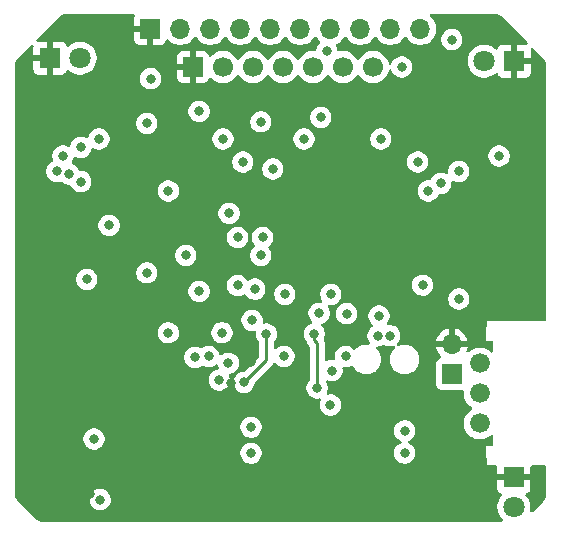
<source format=gbr>
%TF.GenerationSoftware,KiCad,Pcbnew,9.0.1*%
%TF.CreationDate,2025-06-10T11:43:45-04:00*%
%TF.ProjectId,Ceinture_respiration_Main,4365696e-7475-4726-955f-726573706972,1.1*%
%TF.SameCoordinates,Original*%
%TF.FileFunction,Copper,L2,Inr*%
%TF.FilePolarity,Positive*%
%FSLAX46Y46*%
G04 Gerber Fmt 4.6, Leading zero omitted, Abs format (unit mm)*
G04 Created by KiCad (PCBNEW 9.0.1) date 2025-06-10 11:43:45*
%MOMM*%
%LPD*%
G01*
G04 APERTURE LIST*
%TA.AperFunction,ComponentPad*%
%ADD10C,1.676400*%
%TD*%
%TA.AperFunction,ComponentPad*%
%ADD11R,1.800000X1.800000*%
%TD*%
%TA.AperFunction,ComponentPad*%
%ADD12C,1.800000*%
%TD*%
%TA.AperFunction,ComponentPad*%
%ADD13R,1.700000X1.700000*%
%TD*%
%TA.AperFunction,ComponentPad*%
%ADD14C,1.700000*%
%TD*%
%TA.AperFunction,ComponentPad*%
%ADD15O,1.700000X1.700000*%
%TD*%
%TA.AperFunction,ViaPad*%
%ADD16C,0.800000*%
%TD*%
%TA.AperFunction,Conductor*%
%ADD17C,0.250000*%
%TD*%
G04 APERTURE END LIST*
D10*
%TO.N,/BATTERIE 9V/VBAT*%
%TO.C,S1*%
X39369750Y-29598000D03*
%TO.N,/BATTERIE 9V/BAT+_PROT*%
X39369750Y-32138000D03*
%TO.N,unconnected-(S1-PadS)*%
X39369750Y-34678000D03*
%TD*%
D11*
%TO.N,GND*%
%TO.C,D5*%
X42250000Y-39225000D03*
D12*
%TO.N,Net-(D5-A)*%
X42250000Y-41765000D03*
%TD*%
D11*
%TO.N,GND*%
%TO.C,D2*%
X2975000Y-3750000D03*
D12*
%TO.N,Net-(D2-A)*%
X5515000Y-3750000D03*
%TD*%
D11*
%TO.N,GND*%
%TO.C,D1*%
X42275000Y-4000000D03*
D12*
%TO.N,Net-(D1-A)*%
X39735000Y-4000000D03*
%TD*%
D13*
%TO.N,GND*%
%TO.C,J8*%
X15090000Y-4500000D03*
D14*
%TO.N,+3.3V*%
X17630000Y-4500000D03*
%TO.N,/DEVICES/SCK*%
X20170000Y-4500000D03*
%TO.N,/DEVICES/MOSI*%
X22710000Y-4500000D03*
%TO.N,/DEVICES/OLED_RST*%
X25250000Y-4500000D03*
%TO.N,/DEVICES/OLED_DC*%
X27790000Y-4500000D03*
%TO.N,/DEVICES/OLED_CS*%
X30330000Y-4500000D03*
%TD*%
D13*
%TO.N,GND*%
%TO.C,J2*%
X11460000Y-1270000D03*
D15*
%TO.N,Net-(J2-Pin_2)*%
X14000000Y-1270000D03*
%TO.N,/MCU/EXT1*%
X16540000Y-1270000D03*
%TO.N,/MCU/EXT2*%
X19080000Y-1270000D03*
%TO.N,/MCU/EXT3*%
X21620000Y-1270000D03*
%TO.N,/MCU/EXT4*%
X24160000Y-1270000D03*
%TO.N,/SDA*%
X26700000Y-1270000D03*
%TO.N,/SCL*%
X29240000Y-1270000D03*
%TO.N,Net-(J2-Pin_9)*%
X31780000Y-1270000D03*
%TO.N,Net-(J2-Pin_10)*%
X34320000Y-1270000D03*
%TD*%
D13*
%TO.N,/BATTERIE 9V/BAT+*%
%TO.C,J11*%
X37000000Y-30500000D03*
D15*
%TO.N,GND*%
X37000000Y-27960000D03*
%TD*%
D16*
%TO.N,/DEVICES/LED2*%
X7116299Y-10585500D03*
X17623301Y-10585500D03*
%TO.N,/MCU/EXT4*%
X22860000Y-23750000D03*
%TO.N,GND*%
X9906000Y-19812000D03*
X31496000Y-16510000D03*
X21336000Y-40386000D03*
X12954000Y-29972000D03*
X39370000Y-16510000D03*
X44196000Y-21844000D03*
X43942000Y-20066000D03*
X9144000Y-508000D03*
X9144000Y-15240000D03*
X26924000Y-19812000D03*
X40000000Y-9000000D03*
X7366000Y-1016000D03*
X13000000Y-9000000D03*
X29718000Y-30988000D03*
X23368000Y-41402000D03*
X44450000Y-9652000D03*
X8128000Y-20320000D03*
X31050000Y-38354000D03*
X25908000Y-18796000D03*
X23114000Y-39370000D03*
X32512000Y-42164000D03*
X762000Y-38354000D03*
X37338000Y-19812000D03*
X34798000Y-21082000D03*
X24638000Y-38862000D03*
X39116000Y-37084000D03*
X16256000Y-41910000D03*
X34250000Y-4000000D03*
X16764000Y-19558000D03*
X41402000Y-22606000D03*
X31242000Y-30734000D03*
X31050000Y-39900000D03*
X29972000Y-41910000D03*
X2540000Y-6604000D03*
X11684000Y-42418000D03*
X32004000Y-19050000D03*
X36068000Y-22352000D03*
X8636000Y-27940000D03*
X508000Y-24384000D03*
X6350000Y-27432000D03*
X18288000Y-42164000D03*
X1524000Y-21336000D03*
X762000Y-9398000D03*
X1016000Y-35306000D03*
X38608000Y-38862000D03*
X9398000Y-39116000D03*
X29210000Y-19304000D03*
X4826000Y-762000D03*
X44450000Y-6858000D03*
X44450000Y-24638000D03*
X38100000Y-508000D03*
X44450000Y-15494000D03*
X21590000Y-38354000D03*
X9906000Y-38100000D03*
X44196000Y-4826000D03*
X28194000Y-30480000D03*
X28702000Y-38862000D03*
X13716000Y-42418000D03*
X18796000Y-40894000D03*
X44450000Y-12192000D03*
X26416000Y-41910000D03*
X39878000Y-18288000D03*
X762000Y-5080000D03*
X762000Y-7112000D03*
X762000Y-32512000D03*
X30226000Y-16256000D03*
X24892000Y-42418000D03*
X6858000Y-29718000D03*
X26162000Y-16764000D03*
X27050000Y-34950000D03*
X762000Y-18542000D03*
X508000Y-12700000D03*
X44450000Y-17272000D03*
X29972000Y-20320000D03*
X6350000Y-40640000D03*
X18300000Y-31250000D03*
X2286000Y-10668000D03*
X27178000Y-42418000D03*
X5334000Y-30480000D03*
X5588000Y-20828000D03*
X44196000Y-18542000D03*
X6604000Y-19558000D03*
X1016000Y-15494000D03*
X6604000Y-28702000D03*
X10668000Y-40132000D03*
X20000000Y-29500000D03*
X40132000Y-13716000D03*
X39116000Y-21590000D03*
X762000Y-11176000D03*
X36000000Y-41500000D03*
X40894000Y-20574000D03*
X19812000Y-39116000D03*
X36576000Y-16510000D03*
X21082000Y-41910000D03*
X39624000Y-1016000D03*
X762000Y-29210000D03*
%TO.N,/DEVICES/LED1*%
X15600000Y-8262000D03*
X37000000Y-2175000D03*
%TO.N,/MCU/EXT3*%
X28000000Y-29000000D03*
X20320000Y-23300500D03*
X25760000Y-25350000D03*
%TO.N,/DEVICES/SD_DETECT*%
X14475000Y-20454000D03*
X20828000Y-20454000D03*
%TO.N,/DEVICES/BUZZER*%
X24485600Y-10585500D03*
X30988000Y-10585500D03*
%TO.N,/DEVICES/MISO*%
X41000000Y-12034500D03*
X4064000Y-12034500D03*
%TO.N,/DEVICES/SCK*%
X3556000Y-13342000D03*
X19304000Y-12542500D03*
X34104500Y-12542500D03*
%TO.N,+3.3V*%
X26725000Y-33125000D03*
X37592000Y-24130000D03*
X32750000Y-4500000D03*
X7224356Y-41124259D03*
X19400000Y-31200000D03*
X21300000Y-27102200D03*
X30750000Y-27250000D03*
X6700500Y-36000000D03*
X17300000Y-31000000D03*
%TO.N,/DEVICES/BTN4*%
X7980000Y-17914000D03*
%TO.N,/DEVICES/SD_CS*%
X5588000Y-14200498D03*
X36068000Y-14358000D03*
%TO.N,/SDA*%
X25908000Y-8770000D03*
X18075109Y-29576416D03*
X31750000Y-27250000D03*
%TO.N,/SCL*%
X20986500Y-18930000D03*
X20079300Y-25949191D03*
X20828000Y-9136000D03*
X17541052Y-26997488D03*
X18864500Y-22994000D03*
X16408400Y-29001700D03*
X26750000Y-23750000D03*
X18864500Y-18930000D03*
%TO.N,/MCU/EXT1*%
X15240000Y-29090000D03*
X30835600Y-25584800D03*
%TO.N,/MCU/EXT2*%
X28092400Y-25381600D03*
X26416000Y-3182000D03*
%TO.N,+5V*%
X33000000Y-37195901D03*
X13000000Y-27000000D03*
X33000000Y-35296901D03*
X20000000Y-37195901D03*
X35000000Y-15000000D03*
X13000000Y-15000000D03*
X20000000Y-35000000D03*
%TO.N,/DEVICES/BTN3*%
X5588000Y-11310000D03*
%TO.N,Net-(D3-A)*%
X25593426Y-31671488D03*
X25350000Y-27102200D03*
%TO.N,/DEVICES/BTN1*%
X18140000Y-16898000D03*
%TO.N,/DEVICES/BTN2*%
X15600000Y-23502000D03*
%TO.N,Net-(Q1-B)*%
X22777504Y-29002199D03*
X26844653Y-30194653D03*
%TO.N,/DEVICES/MOSI*%
X21844000Y-13125500D03*
X37592000Y-13342000D03*
X4572000Y-13558500D03*
%TO.N,/BATTERIE 9V/VBAT*%
X11176000Y-21919000D03*
X11500000Y-5475000D03*
X34525000Y-22975000D03*
X11176000Y-9278000D03*
X6096000Y-22486000D03*
%TD*%
D17*
%TO.N,+3.3V*%
X19400000Y-31200000D02*
X21300000Y-29300000D01*
X21300000Y-29300000D02*
X21300000Y-27102200D01*
%TO.N,Net-(D3-A)*%
X25350000Y-27645897D02*
X25593426Y-27889323D01*
X25593426Y-27889323D02*
X25593426Y-31671488D01*
X25350000Y-27102200D02*
X25350000Y-27645897D01*
%TD*%
%TA.AperFunction,Conductor*%
%TO.N,GND*%
G36*
X10121568Y-20185D02*
G01*
X10167323Y-72989D01*
X10177267Y-142147D01*
X10168310Y-169065D01*
X10169746Y-169601D01*
X10116403Y-312620D01*
X10116401Y-312627D01*
X10110000Y-372155D01*
X10110000Y-1020000D01*
X11026988Y-1020000D01*
X10994075Y-1077007D01*
X10960000Y-1204174D01*
X10960000Y-1335826D01*
X10994075Y-1462993D01*
X11026988Y-1520000D01*
X10110000Y-1520000D01*
X10110000Y-2167844D01*
X10116401Y-2227372D01*
X10116403Y-2227379D01*
X10166645Y-2362086D01*
X10166649Y-2362093D01*
X10252809Y-2477187D01*
X10252812Y-2477190D01*
X10367906Y-2563350D01*
X10367913Y-2563354D01*
X10502620Y-2613596D01*
X10502627Y-2613598D01*
X10562155Y-2619999D01*
X10562172Y-2620000D01*
X11210000Y-2620000D01*
X11210000Y-1703012D01*
X11267007Y-1735925D01*
X11394174Y-1770000D01*
X11525826Y-1770000D01*
X11652993Y-1735925D01*
X11710000Y-1703012D01*
X11710000Y-2620000D01*
X12357828Y-2620000D01*
X12357844Y-2619999D01*
X12417372Y-2613598D01*
X12417379Y-2613596D01*
X12552086Y-2563354D01*
X12552093Y-2563350D01*
X12667187Y-2477190D01*
X12667190Y-2477187D01*
X12753350Y-2362093D01*
X12753354Y-2362086D01*
X12802422Y-2230529D01*
X12844293Y-2174595D01*
X12909757Y-2150178D01*
X12978030Y-2165030D01*
X13006285Y-2186181D01*
X13120213Y-2300109D01*
X13292179Y-2425048D01*
X13292181Y-2425049D01*
X13292184Y-2425051D01*
X13481588Y-2521557D01*
X13683757Y-2587246D01*
X13893713Y-2620500D01*
X13893714Y-2620500D01*
X14106286Y-2620500D01*
X14106287Y-2620500D01*
X14316243Y-2587246D01*
X14518412Y-2521557D01*
X14707816Y-2425051D01*
X14794471Y-2362093D01*
X14879786Y-2300109D01*
X14879788Y-2300106D01*
X14879792Y-2300104D01*
X15030104Y-2149792D01*
X15030106Y-2149788D01*
X15030109Y-2149786D01*
X15155048Y-1977820D01*
X15155047Y-1977820D01*
X15155051Y-1977816D01*
X15159514Y-1969054D01*
X15207488Y-1918259D01*
X15275308Y-1901463D01*
X15341444Y-1923999D01*
X15380486Y-1969056D01*
X15384951Y-1977820D01*
X15509890Y-2149786D01*
X15660213Y-2300109D01*
X15832179Y-2425048D01*
X15832181Y-2425049D01*
X15832184Y-2425051D01*
X16021588Y-2521557D01*
X16223757Y-2587246D01*
X16433713Y-2620500D01*
X16433714Y-2620500D01*
X16646286Y-2620500D01*
X16646287Y-2620500D01*
X16856243Y-2587246D01*
X17058412Y-2521557D01*
X17247816Y-2425051D01*
X17334471Y-2362093D01*
X17419786Y-2300109D01*
X17419788Y-2300106D01*
X17419792Y-2300104D01*
X17570104Y-2149792D01*
X17570106Y-2149788D01*
X17570109Y-2149786D01*
X17695048Y-1977820D01*
X17695047Y-1977820D01*
X17695051Y-1977816D01*
X17699514Y-1969054D01*
X17747488Y-1918259D01*
X17815308Y-1901463D01*
X17881444Y-1923999D01*
X17920486Y-1969056D01*
X17924951Y-1977820D01*
X18049890Y-2149786D01*
X18200213Y-2300109D01*
X18372179Y-2425048D01*
X18372181Y-2425049D01*
X18372184Y-2425051D01*
X18561588Y-2521557D01*
X18763757Y-2587246D01*
X18973713Y-2620500D01*
X18973714Y-2620500D01*
X19186286Y-2620500D01*
X19186287Y-2620500D01*
X19396243Y-2587246D01*
X19598412Y-2521557D01*
X19787816Y-2425051D01*
X19874471Y-2362093D01*
X19959786Y-2300109D01*
X19959788Y-2300106D01*
X19959792Y-2300104D01*
X20110104Y-2149792D01*
X20110106Y-2149788D01*
X20110109Y-2149786D01*
X20235048Y-1977820D01*
X20235047Y-1977820D01*
X20235051Y-1977816D01*
X20239514Y-1969054D01*
X20287488Y-1918259D01*
X20355308Y-1901463D01*
X20421444Y-1923999D01*
X20460486Y-1969056D01*
X20464951Y-1977820D01*
X20589890Y-2149786D01*
X20740213Y-2300109D01*
X20912179Y-2425048D01*
X20912181Y-2425049D01*
X20912184Y-2425051D01*
X21101588Y-2521557D01*
X21303757Y-2587246D01*
X21513713Y-2620500D01*
X21513714Y-2620500D01*
X21726286Y-2620500D01*
X21726287Y-2620500D01*
X21936243Y-2587246D01*
X22138412Y-2521557D01*
X22327816Y-2425051D01*
X22414471Y-2362093D01*
X22499786Y-2300109D01*
X22499788Y-2300106D01*
X22499792Y-2300104D01*
X22650104Y-2149792D01*
X22650106Y-2149788D01*
X22650109Y-2149786D01*
X22775048Y-1977820D01*
X22775047Y-1977820D01*
X22775051Y-1977816D01*
X22779514Y-1969054D01*
X22827488Y-1918259D01*
X22895308Y-1901463D01*
X22961444Y-1923999D01*
X23000486Y-1969056D01*
X23004951Y-1977820D01*
X23129890Y-2149786D01*
X23280213Y-2300109D01*
X23452179Y-2425048D01*
X23452181Y-2425049D01*
X23452184Y-2425051D01*
X23641588Y-2521557D01*
X23843757Y-2587246D01*
X24053713Y-2620500D01*
X24053714Y-2620500D01*
X24266286Y-2620500D01*
X24266287Y-2620500D01*
X24476243Y-2587246D01*
X24678412Y-2521557D01*
X24867816Y-2425051D01*
X24954471Y-2362093D01*
X25039786Y-2300109D01*
X25039788Y-2300106D01*
X25039792Y-2300104D01*
X25190104Y-2149792D01*
X25190106Y-2149788D01*
X25190109Y-2149786D01*
X25315048Y-1977820D01*
X25315047Y-1977820D01*
X25315051Y-1977816D01*
X25319514Y-1969054D01*
X25367488Y-1918259D01*
X25435308Y-1901463D01*
X25501444Y-1923999D01*
X25540486Y-1969056D01*
X25544951Y-1977820D01*
X25669890Y-2149786D01*
X25820209Y-2300105D01*
X25821006Y-2300684D01*
X25821236Y-2300982D01*
X25823921Y-2303276D01*
X25823439Y-2303839D01*
X25863676Y-2356010D01*
X25869661Y-2425623D01*
X25837061Y-2487421D01*
X25835811Y-2488689D01*
X25716534Y-2607965D01*
X25617990Y-2755446D01*
X25617983Y-2755459D01*
X25550106Y-2919332D01*
X25550104Y-2919340D01*
X25523060Y-3055298D01*
X25490675Y-3117209D01*
X25429959Y-3151783D01*
X25382048Y-3153580D01*
X25375439Y-3152533D01*
X25356287Y-3149500D01*
X25143713Y-3149500D01*
X25095042Y-3157208D01*
X24933760Y-3182753D01*
X24731585Y-3248444D01*
X24542179Y-3344951D01*
X24370213Y-3469890D01*
X24219890Y-3620213D01*
X24094949Y-3792182D01*
X24090484Y-3800946D01*
X24042509Y-3851742D01*
X23974688Y-3868536D01*
X23908553Y-3845998D01*
X23869516Y-3800946D01*
X23865050Y-3792182D01*
X23740109Y-3620213D01*
X23589786Y-3469890D01*
X23417820Y-3344951D01*
X23228414Y-3248444D01*
X23228413Y-3248443D01*
X23228412Y-3248443D01*
X23026243Y-3182754D01*
X23026241Y-3182753D01*
X23026240Y-3182753D01*
X22864957Y-3157208D01*
X22816287Y-3149500D01*
X22603713Y-3149500D01*
X22555042Y-3157208D01*
X22393760Y-3182753D01*
X22191585Y-3248444D01*
X22002179Y-3344951D01*
X21830213Y-3469890D01*
X21679890Y-3620213D01*
X21554949Y-3792182D01*
X21550484Y-3800946D01*
X21502509Y-3851742D01*
X21434688Y-3868536D01*
X21368553Y-3845998D01*
X21329516Y-3800946D01*
X21325050Y-3792182D01*
X21200109Y-3620213D01*
X21049786Y-3469890D01*
X20877820Y-3344951D01*
X20688414Y-3248444D01*
X20688413Y-3248443D01*
X20688412Y-3248443D01*
X20486243Y-3182754D01*
X20486241Y-3182753D01*
X20486240Y-3182753D01*
X20324957Y-3157208D01*
X20276287Y-3149500D01*
X20063713Y-3149500D01*
X20015042Y-3157208D01*
X19853760Y-3182753D01*
X19651585Y-3248444D01*
X19462179Y-3344951D01*
X19290213Y-3469890D01*
X19139890Y-3620213D01*
X19014949Y-3792182D01*
X19010484Y-3800946D01*
X18962509Y-3851742D01*
X18894688Y-3868536D01*
X18828553Y-3845998D01*
X18789516Y-3800946D01*
X18785050Y-3792182D01*
X18660109Y-3620213D01*
X18509786Y-3469890D01*
X18337820Y-3344951D01*
X18148414Y-3248444D01*
X18148413Y-3248443D01*
X18148412Y-3248443D01*
X17946243Y-3182754D01*
X17946241Y-3182753D01*
X17946240Y-3182753D01*
X17784957Y-3157208D01*
X17736287Y-3149500D01*
X17523713Y-3149500D01*
X17475042Y-3157208D01*
X17313760Y-3182753D01*
X17111585Y-3248444D01*
X16922179Y-3344951D01*
X16750215Y-3469889D01*
X16636285Y-3583819D01*
X16574962Y-3617303D01*
X16505270Y-3612319D01*
X16449337Y-3570447D01*
X16432422Y-3539470D01*
X16383354Y-3407913D01*
X16383350Y-3407906D01*
X16297190Y-3292812D01*
X16297187Y-3292809D01*
X16182093Y-3206649D01*
X16182086Y-3206645D01*
X16047379Y-3156403D01*
X16047372Y-3156401D01*
X15987844Y-3150000D01*
X15340000Y-3150000D01*
X15340000Y-4066988D01*
X15282993Y-4034075D01*
X15155826Y-4000000D01*
X15024174Y-4000000D01*
X14897007Y-4034075D01*
X14840000Y-4066988D01*
X14840000Y-3150000D01*
X14192155Y-3150000D01*
X14132627Y-3156401D01*
X14132620Y-3156403D01*
X13997913Y-3206645D01*
X13997906Y-3206649D01*
X13882812Y-3292809D01*
X13882809Y-3292812D01*
X13796649Y-3407906D01*
X13796645Y-3407913D01*
X13746403Y-3542620D01*
X13746401Y-3542627D01*
X13740000Y-3602155D01*
X13740000Y-4250000D01*
X14656988Y-4250000D01*
X14624075Y-4307007D01*
X14590000Y-4434174D01*
X14590000Y-4565826D01*
X14624075Y-4692993D01*
X14656988Y-4750000D01*
X13740000Y-4750000D01*
X13740000Y-5397844D01*
X13746401Y-5457372D01*
X13746403Y-5457379D01*
X13796645Y-5592086D01*
X13796649Y-5592093D01*
X13882809Y-5707187D01*
X13882812Y-5707190D01*
X13997906Y-5793350D01*
X13997913Y-5793354D01*
X14132620Y-5843596D01*
X14132627Y-5843598D01*
X14192155Y-5849999D01*
X14192172Y-5850000D01*
X14840000Y-5850000D01*
X14840000Y-4933012D01*
X14897007Y-4965925D01*
X15024174Y-5000000D01*
X15155826Y-5000000D01*
X15282993Y-4965925D01*
X15340000Y-4933012D01*
X15340000Y-5850000D01*
X15987828Y-5850000D01*
X15987844Y-5849999D01*
X16047372Y-5843598D01*
X16047379Y-5843596D01*
X16182086Y-5793354D01*
X16182093Y-5793350D01*
X16297187Y-5707190D01*
X16297190Y-5707187D01*
X16383350Y-5592093D01*
X16383354Y-5592086D01*
X16432422Y-5460529D01*
X16474293Y-5404595D01*
X16539757Y-5380178D01*
X16608030Y-5395030D01*
X16636285Y-5416181D01*
X16750213Y-5530109D01*
X16922179Y-5655048D01*
X16922181Y-5655049D01*
X16922184Y-5655051D01*
X17111588Y-5751557D01*
X17313757Y-5817246D01*
X17523713Y-5850500D01*
X17523714Y-5850500D01*
X17736286Y-5850500D01*
X17736287Y-5850500D01*
X17946243Y-5817246D01*
X18148412Y-5751557D01*
X18337816Y-5655051D01*
X18424471Y-5592093D01*
X18509786Y-5530109D01*
X18509788Y-5530106D01*
X18509792Y-5530104D01*
X18660104Y-5379792D01*
X18660106Y-5379788D01*
X18660109Y-5379786D01*
X18781763Y-5212341D01*
X18785051Y-5207816D01*
X18789514Y-5199054D01*
X18837488Y-5148259D01*
X18905308Y-5131463D01*
X18971444Y-5153999D01*
X19010484Y-5199054D01*
X19014591Y-5207115D01*
X19014951Y-5207820D01*
X19139890Y-5379786D01*
X19290213Y-5530109D01*
X19462179Y-5655048D01*
X19462181Y-5655049D01*
X19462184Y-5655051D01*
X19651588Y-5751557D01*
X19853757Y-5817246D01*
X20063713Y-5850500D01*
X20063714Y-5850500D01*
X20276286Y-5850500D01*
X20276287Y-5850500D01*
X20486243Y-5817246D01*
X20688412Y-5751557D01*
X20877816Y-5655051D01*
X20964471Y-5592093D01*
X21049786Y-5530109D01*
X21049788Y-5530106D01*
X21049792Y-5530104D01*
X21200104Y-5379792D01*
X21200106Y-5379788D01*
X21200109Y-5379786D01*
X21321763Y-5212341D01*
X21325051Y-5207816D01*
X21329514Y-5199054D01*
X21377488Y-5148259D01*
X21445308Y-5131463D01*
X21511444Y-5153999D01*
X21550484Y-5199054D01*
X21554591Y-5207115D01*
X21554951Y-5207820D01*
X21679890Y-5379786D01*
X21830213Y-5530109D01*
X22002179Y-5655048D01*
X22002181Y-5655049D01*
X22002184Y-5655051D01*
X22191588Y-5751557D01*
X22393757Y-5817246D01*
X22603713Y-5850500D01*
X22603714Y-5850500D01*
X22816286Y-5850500D01*
X22816287Y-5850500D01*
X23026243Y-5817246D01*
X23228412Y-5751557D01*
X23417816Y-5655051D01*
X23504471Y-5592093D01*
X23589786Y-5530109D01*
X23589788Y-5530106D01*
X23589792Y-5530104D01*
X23740104Y-5379792D01*
X23740106Y-5379788D01*
X23740109Y-5379786D01*
X23861763Y-5212341D01*
X23865051Y-5207816D01*
X23869514Y-5199054D01*
X23917488Y-5148259D01*
X23985308Y-5131463D01*
X24051444Y-5153999D01*
X24090484Y-5199054D01*
X24094591Y-5207115D01*
X24094951Y-5207820D01*
X24219890Y-5379786D01*
X24370213Y-5530109D01*
X24542179Y-5655048D01*
X24542181Y-5655049D01*
X24542184Y-5655051D01*
X24731588Y-5751557D01*
X24933757Y-5817246D01*
X25143713Y-5850500D01*
X25143714Y-5850500D01*
X25356286Y-5850500D01*
X25356287Y-5850500D01*
X25566243Y-5817246D01*
X25768412Y-5751557D01*
X25957816Y-5655051D01*
X26044471Y-5592093D01*
X26129786Y-5530109D01*
X26129788Y-5530106D01*
X26129792Y-5530104D01*
X26280104Y-5379792D01*
X26280106Y-5379788D01*
X26280109Y-5379786D01*
X26401763Y-5212341D01*
X26405051Y-5207816D01*
X26409514Y-5199054D01*
X26457488Y-5148259D01*
X26525308Y-5131463D01*
X26591444Y-5153999D01*
X26630484Y-5199054D01*
X26634591Y-5207115D01*
X26634951Y-5207820D01*
X26759890Y-5379786D01*
X26910213Y-5530109D01*
X27082179Y-5655048D01*
X27082181Y-5655049D01*
X27082184Y-5655051D01*
X27271588Y-5751557D01*
X27473757Y-5817246D01*
X27683713Y-5850500D01*
X27683714Y-5850500D01*
X27896286Y-5850500D01*
X27896287Y-5850500D01*
X28106243Y-5817246D01*
X28308412Y-5751557D01*
X28497816Y-5655051D01*
X28584471Y-5592093D01*
X28669786Y-5530109D01*
X28669788Y-5530106D01*
X28669792Y-5530104D01*
X28820104Y-5379792D01*
X28820106Y-5379788D01*
X28820109Y-5379786D01*
X28941763Y-5212341D01*
X28945051Y-5207816D01*
X28949514Y-5199054D01*
X28997488Y-5148259D01*
X29065308Y-5131463D01*
X29131444Y-5153999D01*
X29170484Y-5199054D01*
X29174591Y-5207115D01*
X29174951Y-5207820D01*
X29299890Y-5379786D01*
X29450213Y-5530109D01*
X29622179Y-5655048D01*
X29622181Y-5655049D01*
X29622184Y-5655051D01*
X29811588Y-5751557D01*
X30013757Y-5817246D01*
X30223713Y-5850500D01*
X30223714Y-5850500D01*
X30436286Y-5850500D01*
X30436287Y-5850500D01*
X30646243Y-5817246D01*
X30848412Y-5751557D01*
X31037816Y-5655051D01*
X31124471Y-5592093D01*
X31209786Y-5530109D01*
X31209788Y-5530106D01*
X31209792Y-5530104D01*
X31360104Y-5379792D01*
X31360106Y-5379788D01*
X31360109Y-5379786D01*
X31481763Y-5212341D01*
X31485051Y-5207816D01*
X31581557Y-5018412D01*
X31647246Y-4816243D01*
X31650122Y-4798081D01*
X31680050Y-4734950D01*
X31739361Y-4698018D01*
X31809223Y-4699014D01*
X31867457Y-4737623D01*
X31887155Y-4770028D01*
X31889437Y-4775536D01*
X31951983Y-4926541D01*
X31951990Y-4926553D01*
X32050535Y-5074034D01*
X32050538Y-5074038D01*
X32175961Y-5199461D01*
X32175965Y-5199464D01*
X32323446Y-5298009D01*
X32323459Y-5298016D01*
X32432907Y-5343350D01*
X32487334Y-5365894D01*
X32487336Y-5365894D01*
X32487341Y-5365896D01*
X32661304Y-5400499D01*
X32661307Y-5400500D01*
X32661309Y-5400500D01*
X32838693Y-5400500D01*
X32838694Y-5400499D01*
X32910059Y-5386304D01*
X33012658Y-5365896D01*
X33012661Y-5365894D01*
X33012666Y-5365894D01*
X33176547Y-5298013D01*
X33324035Y-5199464D01*
X33449464Y-5074035D01*
X33548013Y-4926547D01*
X33615894Y-4762666D01*
X33618414Y-4750000D01*
X33650499Y-4588695D01*
X33650500Y-4588693D01*
X33650500Y-4411306D01*
X33650499Y-4411304D01*
X33615896Y-4237341D01*
X33615893Y-4237332D01*
X33615345Y-4236010D01*
X33563243Y-4110221D01*
X33548016Y-4073459D01*
X33548014Y-4073455D01*
X33548013Y-4073453D01*
X33459347Y-3940756D01*
X33449464Y-3925964D01*
X33324038Y-3800538D01*
X33324034Y-3800535D01*
X33176553Y-3701990D01*
X33176540Y-3701983D01*
X33012667Y-3634106D01*
X33012658Y-3634103D01*
X32838694Y-3599500D01*
X32838691Y-3599500D01*
X32661309Y-3599500D01*
X32661306Y-3599500D01*
X32487341Y-3634103D01*
X32487332Y-3634106D01*
X32323459Y-3701983D01*
X32323446Y-3701990D01*
X32175965Y-3800535D01*
X32175961Y-3800538D01*
X32050538Y-3925961D01*
X32050535Y-3925965D01*
X31951990Y-4073446D01*
X31951983Y-4073459D01*
X31887156Y-4229970D01*
X31843316Y-4284374D01*
X31777022Y-4306439D01*
X31709322Y-4289160D01*
X31661711Y-4238023D01*
X31650122Y-4201920D01*
X31647246Y-4183757D01*
X31581557Y-3981588D01*
X31485051Y-3792184D01*
X31485049Y-3792181D01*
X31485048Y-3792179D01*
X31360109Y-3620213D01*
X31209786Y-3469890D01*
X31037820Y-3344951D01*
X30848414Y-3248444D01*
X30848413Y-3248443D01*
X30848412Y-3248443D01*
X30646243Y-3182754D01*
X30646241Y-3182753D01*
X30646240Y-3182753D01*
X30484957Y-3157208D01*
X30436287Y-3149500D01*
X30223713Y-3149500D01*
X30175042Y-3157208D01*
X30013760Y-3182753D01*
X29811585Y-3248444D01*
X29622179Y-3344951D01*
X29450213Y-3469890D01*
X29299890Y-3620213D01*
X29174949Y-3792182D01*
X29170484Y-3800946D01*
X29122509Y-3851742D01*
X29054688Y-3868536D01*
X28988553Y-3845998D01*
X28949516Y-3800946D01*
X28945050Y-3792182D01*
X28820109Y-3620213D01*
X28669786Y-3469890D01*
X28497820Y-3344951D01*
X28308414Y-3248444D01*
X28308413Y-3248443D01*
X28308412Y-3248443D01*
X28106243Y-3182754D01*
X28106241Y-3182753D01*
X28106240Y-3182753D01*
X27944957Y-3157208D01*
X27896287Y-3149500D01*
X27683713Y-3149500D01*
X27613727Y-3160584D01*
X27473755Y-3182754D01*
X27469010Y-3183893D01*
X27468651Y-3182397D01*
X27405600Y-3184184D01*
X27345776Y-3148089D01*
X27315535Y-3088456D01*
X27281896Y-2919341D01*
X27281893Y-2919332D01*
X27214016Y-2755459D01*
X27214012Y-2755452D01*
X27214008Y-2755446D01*
X27176064Y-2698659D01*
X27155187Y-2631983D01*
X27173671Y-2564603D01*
X27222870Y-2519285D01*
X27407816Y-2425051D01*
X27494471Y-2362093D01*
X27579786Y-2300109D01*
X27579788Y-2300106D01*
X27579792Y-2300104D01*
X27730104Y-2149792D01*
X27730106Y-2149788D01*
X27730109Y-2149786D01*
X27855048Y-1977820D01*
X27855047Y-1977820D01*
X27855051Y-1977816D01*
X27859514Y-1969054D01*
X27907488Y-1918259D01*
X27975308Y-1901463D01*
X28041444Y-1923999D01*
X28080486Y-1969056D01*
X28084951Y-1977820D01*
X28209890Y-2149786D01*
X28360213Y-2300109D01*
X28532179Y-2425048D01*
X28532181Y-2425049D01*
X28532184Y-2425051D01*
X28721588Y-2521557D01*
X28923757Y-2587246D01*
X29133713Y-2620500D01*
X29133714Y-2620500D01*
X29346286Y-2620500D01*
X29346287Y-2620500D01*
X29556243Y-2587246D01*
X29758412Y-2521557D01*
X29947816Y-2425051D01*
X30034471Y-2362093D01*
X30119786Y-2300109D01*
X30119788Y-2300106D01*
X30119792Y-2300104D01*
X30270104Y-2149792D01*
X30270106Y-2149788D01*
X30270109Y-2149786D01*
X30395048Y-1977820D01*
X30395047Y-1977820D01*
X30395051Y-1977816D01*
X30399514Y-1969054D01*
X30447488Y-1918259D01*
X30515308Y-1901463D01*
X30581444Y-1923999D01*
X30620486Y-1969056D01*
X30624951Y-1977820D01*
X30749890Y-2149786D01*
X30900213Y-2300109D01*
X31072179Y-2425048D01*
X31072181Y-2425049D01*
X31072184Y-2425051D01*
X31261588Y-2521557D01*
X31463757Y-2587246D01*
X31673713Y-2620500D01*
X31673714Y-2620500D01*
X31886286Y-2620500D01*
X31886287Y-2620500D01*
X32096243Y-2587246D01*
X32298412Y-2521557D01*
X32487816Y-2425051D01*
X32574471Y-2362093D01*
X32659786Y-2300109D01*
X32659788Y-2300106D01*
X32659792Y-2300104D01*
X32810104Y-2149792D01*
X32810106Y-2149788D01*
X32810109Y-2149786D01*
X32935048Y-1977820D01*
X32935047Y-1977820D01*
X32935051Y-1977816D01*
X32939514Y-1969054D01*
X32987488Y-1918259D01*
X33055308Y-1901463D01*
X33121444Y-1923999D01*
X33160486Y-1969056D01*
X33164951Y-1977820D01*
X33289890Y-2149786D01*
X33440213Y-2300109D01*
X33612179Y-2425048D01*
X33612181Y-2425049D01*
X33612184Y-2425051D01*
X33801588Y-2521557D01*
X34003757Y-2587246D01*
X34213713Y-2620500D01*
X34213714Y-2620500D01*
X34426286Y-2620500D01*
X34426287Y-2620500D01*
X34636243Y-2587246D01*
X34838412Y-2521557D01*
X35027816Y-2425051D01*
X35114471Y-2362093D01*
X35199786Y-2300109D01*
X35199788Y-2300106D01*
X35199792Y-2300104D01*
X35350104Y-2149792D01*
X35396230Y-2086304D01*
X36099500Y-2086304D01*
X36099500Y-2263695D01*
X36134103Y-2437658D01*
X36134106Y-2437667D01*
X36201983Y-2601540D01*
X36201990Y-2601553D01*
X36300535Y-2749034D01*
X36300538Y-2749038D01*
X36425961Y-2874461D01*
X36425965Y-2874464D01*
X36573446Y-2973009D01*
X36573459Y-2973016D01*
X36696363Y-3023923D01*
X36737334Y-3040894D01*
X36737336Y-3040894D01*
X36737341Y-3040896D01*
X36911304Y-3075499D01*
X36911307Y-3075500D01*
X36911309Y-3075500D01*
X37088693Y-3075500D01*
X37088694Y-3075499D01*
X37190253Y-3055298D01*
X37262658Y-3040896D01*
X37262661Y-3040894D01*
X37262666Y-3040894D01*
X37426547Y-2973013D01*
X37574035Y-2874464D01*
X37699464Y-2749035D01*
X37798013Y-2601547D01*
X37800908Y-2594559D01*
X37811911Y-2567994D01*
X37865894Y-2437666D01*
X37868404Y-2425051D01*
X37900499Y-2263695D01*
X37900500Y-2263693D01*
X37900500Y-2086306D01*
X37900499Y-2086304D01*
X37865896Y-1912341D01*
X37865893Y-1912332D01*
X37798016Y-1748459D01*
X37798009Y-1748446D01*
X37699464Y-1600965D01*
X37699461Y-1600961D01*
X37574038Y-1475538D01*
X37574034Y-1475535D01*
X37426553Y-1376990D01*
X37426540Y-1376983D01*
X37262667Y-1309106D01*
X37262658Y-1309103D01*
X37088694Y-1274500D01*
X37088691Y-1274500D01*
X36911309Y-1274500D01*
X36911306Y-1274500D01*
X36737341Y-1309103D01*
X36737332Y-1309106D01*
X36573459Y-1376983D01*
X36573446Y-1376990D01*
X36425965Y-1475535D01*
X36425961Y-1475538D01*
X36300538Y-1600961D01*
X36300535Y-1600965D01*
X36201990Y-1748446D01*
X36201983Y-1748459D01*
X36134106Y-1912332D01*
X36134103Y-1912341D01*
X36099500Y-2086304D01*
X35396230Y-2086304D01*
X35475051Y-1977816D01*
X35571557Y-1788412D01*
X35637246Y-1586243D01*
X35670500Y-1376287D01*
X35670500Y-1163713D01*
X35637246Y-953757D01*
X35571557Y-751588D01*
X35475051Y-562184D01*
X35475049Y-562181D01*
X35475048Y-562179D01*
X35350109Y-390213D01*
X35199792Y-239896D01*
X35179040Y-224819D01*
X35136374Y-169489D01*
X35130395Y-99876D01*
X35163000Y-38080D01*
X35223839Y-3723D01*
X35251925Y-500D01*
X40580914Y-500D01*
X40590640Y-882D01*
X40599307Y-1563D01*
X40726563Y-11577D01*
X40740986Y-13571D01*
X40764074Y-18163D01*
X40768729Y-19185D01*
X40885162Y-47137D01*
X40903661Y-53147D01*
X41030547Y-105703D01*
X41047860Y-114524D01*
X41150000Y-177113D01*
X41154001Y-179675D01*
X41173551Y-192737D01*
X41185176Y-201538D01*
X41190052Y-205703D01*
X41288755Y-290003D01*
X41295905Y-296612D01*
X43396955Y-2397662D01*
X43430440Y-2458985D01*
X43425456Y-2528677D01*
X43383584Y-2584610D01*
X43318120Y-2609027D01*
X43290135Y-2606775D01*
X43290087Y-2607231D01*
X43222844Y-2600000D01*
X42525000Y-2600000D01*
X42525000Y-3624722D01*
X42448694Y-3580667D01*
X42334244Y-3550000D01*
X42215756Y-3550000D01*
X42101306Y-3580667D01*
X42025000Y-3624722D01*
X42025000Y-2600000D01*
X41327155Y-2600000D01*
X41267627Y-2606401D01*
X41267620Y-2606403D01*
X41132913Y-2656645D01*
X41132906Y-2656649D01*
X41017812Y-2742809D01*
X41017809Y-2742812D01*
X40931649Y-2857906D01*
X40931643Y-2857918D01*
X40901785Y-2937969D01*
X40859914Y-2993903D01*
X40794449Y-3018319D01*
X40726176Y-3003467D01*
X40697923Y-2982316D01*
X40647363Y-2931756D01*
X40647358Y-2931752D01*
X40469025Y-2802187D01*
X40469024Y-2802186D01*
X40469022Y-2802185D01*
X40377318Y-2755459D01*
X40272606Y-2702104D01*
X40272603Y-2702103D01*
X40062952Y-2633985D01*
X39934220Y-2613596D01*
X39845222Y-2599500D01*
X39624778Y-2599500D01*
X39564627Y-2609027D01*
X39407047Y-2633985D01*
X39197396Y-2702103D01*
X39197393Y-2702104D01*
X39000974Y-2802187D01*
X38822641Y-2931752D01*
X38822636Y-2931756D01*
X38666756Y-3087636D01*
X38666752Y-3087641D01*
X38537187Y-3265974D01*
X38437104Y-3462393D01*
X38437103Y-3462396D01*
X38368985Y-3672047D01*
X38348634Y-3800538D01*
X38334500Y-3889778D01*
X38334500Y-4110222D01*
X38349023Y-4201915D01*
X38368985Y-4327952D01*
X38437103Y-4537603D01*
X38437104Y-4537606D01*
X38505122Y-4671096D01*
X38519347Y-4699014D01*
X38537187Y-4734025D01*
X38666752Y-4912358D01*
X38666756Y-4912363D01*
X38822636Y-5068243D01*
X38822641Y-5068247D01*
X38935166Y-5150000D01*
X39000978Y-5197815D01*
X39117501Y-5257187D01*
X39197393Y-5297895D01*
X39197396Y-5297896D01*
X39302221Y-5331955D01*
X39407049Y-5366015D01*
X39624778Y-5400500D01*
X39624779Y-5400500D01*
X39845221Y-5400500D01*
X39845222Y-5400500D01*
X40062951Y-5366015D01*
X40272606Y-5297895D01*
X40469022Y-5197815D01*
X40647365Y-5068242D01*
X40697924Y-5017682D01*
X40759245Y-4984198D01*
X40828936Y-4989182D01*
X40884870Y-5031053D01*
X40901786Y-5062030D01*
X40931646Y-5142087D01*
X40931649Y-5142093D01*
X41017809Y-5257187D01*
X41017812Y-5257190D01*
X41132906Y-5343350D01*
X41132913Y-5343354D01*
X41267620Y-5393596D01*
X41267627Y-5393598D01*
X41327155Y-5399999D01*
X41327172Y-5400000D01*
X42025000Y-5400000D01*
X42025000Y-4375277D01*
X42101306Y-4419333D01*
X42215756Y-4450000D01*
X42334244Y-4450000D01*
X42448694Y-4419333D01*
X42525000Y-4375277D01*
X42525000Y-5400000D01*
X43222828Y-5400000D01*
X43222844Y-5399999D01*
X43282372Y-5393598D01*
X43282379Y-5393596D01*
X43417086Y-5343354D01*
X43417093Y-5343350D01*
X43532187Y-5257190D01*
X43532190Y-5257187D01*
X43618350Y-5142093D01*
X43618354Y-5142086D01*
X43668596Y-5007379D01*
X43668598Y-5007372D01*
X43674999Y-4947844D01*
X43675000Y-4947827D01*
X43675000Y-4250000D01*
X42650278Y-4250000D01*
X42694333Y-4173694D01*
X42725000Y-4059244D01*
X42725000Y-3940756D01*
X42694333Y-3826306D01*
X42650278Y-3750000D01*
X43675000Y-3750000D01*
X43675000Y-3052172D01*
X43674999Y-3052155D01*
X43667769Y-2984913D01*
X43669490Y-2984727D01*
X43672718Y-2924476D01*
X43713582Y-2867803D01*
X43778599Y-2842219D01*
X43847127Y-2855847D01*
X43877337Y-2878044D01*
X44703297Y-3704004D01*
X44709907Y-3711155D01*
X44798455Y-3814834D01*
X44807266Y-3826472D01*
X44820275Y-3845941D01*
X44822901Y-3850045D01*
X44885457Y-3952130D01*
X44894291Y-3969467D01*
X44946841Y-4096338D01*
X44952853Y-4114843D01*
X44980799Y-4231251D01*
X44981843Y-4236010D01*
X44986412Y-4258984D01*
X44988412Y-4273442D01*
X44991054Y-4307007D01*
X44999118Y-4409493D01*
X44999500Y-4419208D01*
X44999500Y-25917500D01*
X44979815Y-25984539D01*
X44927011Y-26030294D01*
X44875500Y-26041500D01*
X40004542Y-26041500D01*
X40004250Y-26041792D01*
X40004250Y-26425500D01*
X39984565Y-26492539D01*
X39931761Y-26538294D01*
X39880250Y-26549500D01*
X39877542Y-26549500D01*
X39877250Y-26549792D01*
X39877250Y-26549793D01*
X39877250Y-27692793D01*
X39877250Y-27693207D01*
X39877543Y-27693500D01*
X40388250Y-27693500D01*
X40455289Y-27713185D01*
X40501044Y-27765989D01*
X40512250Y-27817500D01*
X40512250Y-28547929D01*
X40492565Y-28614968D01*
X40439761Y-28660723D01*
X40370603Y-28670667D01*
X40307047Y-28641642D01*
X40300569Y-28635610D01*
X40241849Y-28576890D01*
X40071385Y-28453043D01*
X40071384Y-28453042D01*
X40071382Y-28453041D01*
X39972204Y-28402507D01*
X39883637Y-28357379D01*
X39683230Y-28292262D01*
X39475113Y-28259300D01*
X39475108Y-28259300D01*
X39264392Y-28259300D01*
X39264387Y-28259300D01*
X39056269Y-28292262D01*
X38855862Y-28357379D01*
X38668114Y-28453043D01*
X38497650Y-28576890D01*
X38446054Y-28628486D01*
X38384731Y-28661970D01*
X38315039Y-28656985D01*
X38259106Y-28615114D01*
X38234690Y-28549649D01*
X38247892Y-28484503D01*
X38251096Y-28478215D01*
X38316757Y-28276129D01*
X38316757Y-28276126D01*
X38327231Y-28210000D01*
X37433012Y-28210000D01*
X37465925Y-28152993D01*
X37500000Y-28025826D01*
X37500000Y-27894174D01*
X37465925Y-27767007D01*
X37433012Y-27710000D01*
X38327231Y-27710000D01*
X38316757Y-27643873D01*
X38316757Y-27643870D01*
X38251095Y-27441782D01*
X38154620Y-27252442D01*
X38029727Y-27080540D01*
X38029723Y-27080535D01*
X37879464Y-26930276D01*
X37879459Y-26930272D01*
X37707557Y-26805379D01*
X37518215Y-26708903D01*
X37316124Y-26643241D01*
X37250000Y-26632768D01*
X37250000Y-27526988D01*
X37192993Y-27494075D01*
X37065826Y-27460000D01*
X36934174Y-27460000D01*
X36807007Y-27494075D01*
X36750000Y-27526988D01*
X36750000Y-26632768D01*
X36749999Y-26632768D01*
X36683875Y-26643241D01*
X36481784Y-26708903D01*
X36292442Y-26805379D01*
X36120540Y-26930272D01*
X36120535Y-26930276D01*
X35970276Y-27080535D01*
X35970272Y-27080540D01*
X35845379Y-27252442D01*
X35748904Y-27441782D01*
X35683242Y-27643870D01*
X35683242Y-27643873D01*
X35672769Y-27710000D01*
X36566988Y-27710000D01*
X36534075Y-27767007D01*
X36500000Y-27894174D01*
X36500000Y-28025826D01*
X36534075Y-28152993D01*
X36566988Y-28210000D01*
X35672769Y-28210000D01*
X35683242Y-28276126D01*
X35683242Y-28276129D01*
X35748904Y-28478217D01*
X35845379Y-28667557D01*
X35970272Y-28839459D01*
X35970276Y-28839464D01*
X36083946Y-28953134D01*
X36117431Y-29014457D01*
X36112447Y-29084149D01*
X36070575Y-29140082D01*
X36039598Y-29156997D01*
X35907671Y-29206202D01*
X35907664Y-29206206D01*
X35792455Y-29292452D01*
X35792452Y-29292455D01*
X35706206Y-29407664D01*
X35706202Y-29407671D01*
X35655908Y-29542517D01*
X35649501Y-29602116D01*
X35649500Y-29602135D01*
X35649500Y-31397870D01*
X35649501Y-31397876D01*
X35655908Y-31457483D01*
X35706202Y-31592328D01*
X35706206Y-31592335D01*
X35792452Y-31707544D01*
X35792455Y-31707547D01*
X35907664Y-31793793D01*
X35907671Y-31793797D01*
X36042517Y-31844091D01*
X36042516Y-31844091D01*
X36049444Y-31844835D01*
X36102127Y-31850500D01*
X37897872Y-31850499D01*
X37901628Y-31850095D01*
X37970387Y-31862497D01*
X38021527Y-31910104D01*
X38038810Y-31977802D01*
X38037363Y-31992781D01*
X38031050Y-32032641D01*
X38031050Y-32243363D01*
X38064012Y-32451480D01*
X38129129Y-32651887D01*
X38224793Y-32839635D01*
X38348640Y-33010099D01*
X38497650Y-33159109D01*
X38668116Y-33282958D01*
X38696686Y-33297516D01*
X38747482Y-33345491D01*
X38764276Y-33413312D01*
X38741738Y-33479447D01*
X38696686Y-33518484D01*
X38668116Y-33533041D01*
X38497650Y-33656890D01*
X38348640Y-33805900D01*
X38224793Y-33976364D01*
X38129129Y-34164112D01*
X38064012Y-34364519D01*
X38031050Y-34572636D01*
X38031050Y-34783363D01*
X38064012Y-34991480D01*
X38129129Y-35191887D01*
X38224793Y-35379635D01*
X38348640Y-35550099D01*
X38497650Y-35699109D01*
X38657165Y-35815001D01*
X38668118Y-35822959D01*
X38752381Y-35865893D01*
X38855862Y-35918620D01*
X38855864Y-35918620D01*
X38855867Y-35918622D01*
X38963288Y-35953525D01*
X39056269Y-35983737D01*
X39264387Y-36016700D01*
X39264392Y-36016700D01*
X39475113Y-36016700D01*
X39683230Y-35983737D01*
X39883633Y-35918622D01*
X40071382Y-35822959D01*
X40189236Y-35737334D01*
X40241849Y-35699109D01*
X40241851Y-35699106D01*
X40241855Y-35699104D01*
X40300569Y-35640390D01*
X40361892Y-35606905D01*
X40431584Y-35611889D01*
X40487517Y-35653761D01*
X40511934Y-35719225D01*
X40512250Y-35728071D01*
X40512250Y-36458500D01*
X40492565Y-36525539D01*
X40439761Y-36571294D01*
X40388250Y-36582500D01*
X39877542Y-36582500D01*
X39877250Y-36582792D01*
X39877250Y-36582793D01*
X39877250Y-37598793D01*
X39877250Y-37599207D01*
X39877543Y-37599500D01*
X39880250Y-37599500D01*
X39947289Y-37619185D01*
X39993044Y-37671989D01*
X40004250Y-37723500D01*
X40004250Y-38233793D01*
X40004250Y-38234207D01*
X40004543Y-38234500D01*
X40726000Y-38234500D01*
X40793039Y-38254185D01*
X40838794Y-38306989D01*
X40850000Y-38358500D01*
X40850000Y-38975000D01*
X41874722Y-38975000D01*
X41830667Y-39051306D01*
X41800000Y-39165756D01*
X41800000Y-39284244D01*
X41830667Y-39398694D01*
X41874722Y-39475000D01*
X40850000Y-39475000D01*
X40850000Y-40172844D01*
X40856401Y-40232372D01*
X40856403Y-40232379D01*
X40906645Y-40367086D01*
X40906649Y-40367093D01*
X40992809Y-40482187D01*
X40992812Y-40482190D01*
X41107906Y-40568350D01*
X41107913Y-40568354D01*
X41187968Y-40598213D01*
X41243902Y-40640084D01*
X41268319Y-40705549D01*
X41253467Y-40773822D01*
X41232317Y-40802075D01*
X41181756Y-40852636D01*
X41181752Y-40852641D01*
X41052187Y-41030974D01*
X40952104Y-41227393D01*
X40952103Y-41227396D01*
X40883985Y-41437047D01*
X40849500Y-41654778D01*
X40849500Y-41875222D01*
X40866742Y-41984086D01*
X40883985Y-42092952D01*
X40952103Y-42302603D01*
X40952104Y-42302606D01*
X41052187Y-42499025D01*
X41181752Y-42677358D01*
X41181756Y-42677363D01*
X41292212Y-42787819D01*
X41325697Y-42849142D01*
X41320713Y-42918834D01*
X41278841Y-42974767D01*
X41213377Y-42999184D01*
X41204531Y-42999500D01*
X2419086Y-42999500D01*
X2409360Y-42999118D01*
X2395744Y-42998046D01*
X2273449Y-42988423D01*
X2258984Y-42986422D01*
X2235986Y-42981847D01*
X2231235Y-42980805D01*
X2156293Y-42962815D01*
X2114833Y-42952861D01*
X2096338Y-42946852D01*
X1969457Y-42894298D01*
X1952130Y-42885469D01*
X1850049Y-42822916D01*
X1845973Y-42820307D01*
X1826454Y-42807265D01*
X1814820Y-42798458D01*
X1711243Y-42709995D01*
X1704093Y-42703386D01*
X296704Y-41295997D01*
X290089Y-41288841D01*
X202421Y-41186180D01*
X193619Y-41174551D01*
X177610Y-41150588D01*
X175014Y-41146531D01*
X142988Y-41094263D01*
X114556Y-41047860D01*
X108292Y-41035563D01*
X6323856Y-41035563D01*
X6323856Y-41212954D01*
X6358459Y-41386917D01*
X6358462Y-41386926D01*
X6426339Y-41550799D01*
X6426346Y-41550812D01*
X6524891Y-41698293D01*
X6524894Y-41698297D01*
X6650317Y-41823720D01*
X6650321Y-41823723D01*
X6797802Y-41922268D01*
X6797815Y-41922275D01*
X6920719Y-41973182D01*
X6961690Y-41990153D01*
X6961692Y-41990153D01*
X6961697Y-41990155D01*
X7135660Y-42024758D01*
X7135663Y-42024759D01*
X7135665Y-42024759D01*
X7313049Y-42024759D01*
X7313050Y-42024758D01*
X7371038Y-42013223D01*
X7487014Y-41990155D01*
X7487017Y-41990153D01*
X7487022Y-41990153D01*
X7650903Y-41922272D01*
X7798391Y-41823723D01*
X7923820Y-41698294D01*
X8022369Y-41550806D01*
X8090250Y-41386925D01*
X8108914Y-41293098D01*
X8124855Y-41212954D01*
X8124856Y-41212952D01*
X8124856Y-41035565D01*
X8124855Y-41035563D01*
X8090252Y-40861600D01*
X8090249Y-40861591D01*
X8086539Y-40852635D01*
X8065597Y-40802075D01*
X8022372Y-40697718D01*
X8022365Y-40697705D01*
X7923820Y-40550224D01*
X7923817Y-40550220D01*
X7798394Y-40424797D01*
X7798390Y-40424794D01*
X7650909Y-40326249D01*
X7650896Y-40326242D01*
X7487023Y-40258365D01*
X7487014Y-40258362D01*
X7313050Y-40223759D01*
X7313047Y-40223759D01*
X7135665Y-40223759D01*
X7135662Y-40223759D01*
X6961697Y-40258362D01*
X6961688Y-40258365D01*
X6797815Y-40326242D01*
X6797802Y-40326249D01*
X6650321Y-40424794D01*
X6650317Y-40424797D01*
X6524894Y-40550220D01*
X6524891Y-40550224D01*
X6426346Y-40697705D01*
X6426339Y-40697718D01*
X6358462Y-40861591D01*
X6358459Y-40861600D01*
X6323856Y-41035563D01*
X108292Y-41035563D01*
X105725Y-41030525D01*
X80592Y-40969842D01*
X53181Y-40903658D01*
X47171Y-40885159D01*
X20149Y-40772588D01*
X19131Y-40767941D01*
X13506Y-40739658D01*
X11510Y-40725229D01*
X881Y-40590142D01*
X500Y-40580422D01*
X500Y-37107205D01*
X19099500Y-37107205D01*
X19099500Y-37284596D01*
X19134103Y-37458559D01*
X19134106Y-37458568D01*
X19201983Y-37622441D01*
X19201990Y-37622454D01*
X19300535Y-37769935D01*
X19300538Y-37769939D01*
X19425961Y-37895362D01*
X19425965Y-37895365D01*
X19573446Y-37993910D01*
X19573459Y-37993917D01*
X19696363Y-38044824D01*
X19737334Y-38061795D01*
X19737336Y-38061795D01*
X19737341Y-38061797D01*
X19911304Y-38096400D01*
X19911307Y-38096401D01*
X19911309Y-38096401D01*
X20088693Y-38096401D01*
X20088694Y-38096400D01*
X20146682Y-38084865D01*
X20262658Y-38061797D01*
X20262661Y-38061795D01*
X20262666Y-38061795D01*
X20426547Y-37993914D01*
X20574035Y-37895365D01*
X20699464Y-37769936D01*
X20798013Y-37622448D01*
X20865894Y-37458567D01*
X20900500Y-37284592D01*
X20900500Y-37107210D01*
X20900500Y-37107207D01*
X20900499Y-37107205D01*
X20865896Y-36933242D01*
X20865893Y-36933233D01*
X20798016Y-36769360D01*
X20798009Y-36769347D01*
X20699464Y-36621866D01*
X20699461Y-36621862D01*
X20574038Y-36496439D01*
X20574034Y-36496436D01*
X20426553Y-36397891D01*
X20426540Y-36397884D01*
X20262667Y-36330007D01*
X20262658Y-36330004D01*
X20088694Y-36295401D01*
X20088691Y-36295401D01*
X19911309Y-36295401D01*
X19911306Y-36295401D01*
X19737341Y-36330004D01*
X19737332Y-36330007D01*
X19573459Y-36397884D01*
X19573446Y-36397891D01*
X19425965Y-36496436D01*
X19425961Y-36496439D01*
X19300538Y-36621862D01*
X19300535Y-36621866D01*
X19201990Y-36769347D01*
X19201983Y-36769360D01*
X19134106Y-36933233D01*
X19134103Y-36933242D01*
X19099500Y-37107205D01*
X500Y-37107205D01*
X500Y-35911304D01*
X5800000Y-35911304D01*
X5800000Y-36088695D01*
X5834603Y-36262658D01*
X5834606Y-36262667D01*
X5902483Y-36426540D01*
X5902490Y-36426553D01*
X6001035Y-36574034D01*
X6001038Y-36574038D01*
X6126461Y-36699461D01*
X6126465Y-36699464D01*
X6273946Y-36798009D01*
X6273959Y-36798016D01*
X6396863Y-36848923D01*
X6437834Y-36865894D01*
X6437836Y-36865894D01*
X6437841Y-36865896D01*
X6611804Y-36900499D01*
X6611807Y-36900500D01*
X6611809Y-36900500D01*
X6789193Y-36900500D01*
X6789194Y-36900499D01*
X6847182Y-36888964D01*
X6963158Y-36865896D01*
X6963161Y-36865894D01*
X6963166Y-36865894D01*
X7127047Y-36798013D01*
X7274535Y-36699464D01*
X7399964Y-36574035D01*
X7498513Y-36426547D01*
X7566394Y-36262666D01*
X7601000Y-36088691D01*
X7601000Y-35911309D01*
X7601000Y-35911306D01*
X7600999Y-35911304D01*
X7566396Y-35737341D01*
X7566393Y-35737332D01*
X7498516Y-35573459D01*
X7498509Y-35573446D01*
X7399964Y-35425965D01*
X7399961Y-35425961D01*
X7274538Y-35300538D01*
X7274534Y-35300535D01*
X7127053Y-35201990D01*
X7127040Y-35201983D01*
X6963167Y-35134106D01*
X6963158Y-35134103D01*
X6789194Y-35099500D01*
X6789191Y-35099500D01*
X6611809Y-35099500D01*
X6611806Y-35099500D01*
X6437841Y-35134103D01*
X6437832Y-35134106D01*
X6273959Y-35201983D01*
X6273946Y-35201990D01*
X6126465Y-35300535D01*
X6126461Y-35300538D01*
X6001038Y-35425961D01*
X6001035Y-35425965D01*
X5902490Y-35573446D01*
X5902483Y-35573459D01*
X5834606Y-35737332D01*
X5834603Y-35737341D01*
X5800000Y-35911304D01*
X500Y-35911304D01*
X500Y-34911304D01*
X19099500Y-34911304D01*
X19099500Y-35088695D01*
X19134103Y-35262658D01*
X19134106Y-35262667D01*
X19201983Y-35426540D01*
X19201990Y-35426553D01*
X19300535Y-35574034D01*
X19300538Y-35574038D01*
X19425961Y-35699461D01*
X19425965Y-35699464D01*
X19573446Y-35798009D01*
X19573459Y-35798016D01*
X19696363Y-35848923D01*
X19737334Y-35865894D01*
X19737336Y-35865894D01*
X19737341Y-35865896D01*
X19911304Y-35900499D01*
X19911307Y-35900500D01*
X19911309Y-35900500D01*
X20088693Y-35900500D01*
X20088694Y-35900499D01*
X20146682Y-35888964D01*
X20262658Y-35865896D01*
X20262661Y-35865894D01*
X20262666Y-35865894D01*
X20426547Y-35798013D01*
X20574035Y-35699464D01*
X20699464Y-35574035D01*
X20798013Y-35426547D01*
X20865894Y-35262666D01*
X20876728Y-35208205D01*
X32099500Y-35208205D01*
X32099500Y-35385596D01*
X32134103Y-35559559D01*
X32134106Y-35559568D01*
X32201983Y-35723441D01*
X32201990Y-35723454D01*
X32300535Y-35870935D01*
X32300538Y-35870939D01*
X32425961Y-35996362D01*
X32425965Y-35996365D01*
X32573446Y-36094910D01*
X32573459Y-36094917D01*
X32662600Y-36131840D01*
X32717004Y-36175681D01*
X32739069Y-36241975D01*
X32721790Y-36309674D01*
X32670653Y-36357285D01*
X32662600Y-36360962D01*
X32573459Y-36397884D01*
X32573446Y-36397891D01*
X32425965Y-36496436D01*
X32425961Y-36496439D01*
X32300538Y-36621862D01*
X32300535Y-36621866D01*
X32201990Y-36769347D01*
X32201983Y-36769360D01*
X32134106Y-36933233D01*
X32134103Y-36933242D01*
X32099500Y-37107205D01*
X32099500Y-37284596D01*
X32134103Y-37458559D01*
X32134106Y-37458568D01*
X32201983Y-37622441D01*
X32201990Y-37622454D01*
X32300535Y-37769935D01*
X32300538Y-37769939D01*
X32425961Y-37895362D01*
X32425965Y-37895365D01*
X32573446Y-37993910D01*
X32573459Y-37993917D01*
X32696363Y-38044824D01*
X32737334Y-38061795D01*
X32737336Y-38061795D01*
X32737341Y-38061797D01*
X32911304Y-38096400D01*
X32911307Y-38096401D01*
X32911309Y-38096401D01*
X33088693Y-38096401D01*
X33088694Y-38096400D01*
X33146682Y-38084865D01*
X33262658Y-38061797D01*
X33262661Y-38061795D01*
X33262666Y-38061795D01*
X33426547Y-37993914D01*
X33574035Y-37895365D01*
X33699464Y-37769936D01*
X33798013Y-37622448D01*
X33865894Y-37458567D01*
X33900500Y-37284592D01*
X33900500Y-37107210D01*
X33900500Y-37107207D01*
X33900499Y-37107205D01*
X33865896Y-36933242D01*
X33865893Y-36933233D01*
X33798016Y-36769360D01*
X33798009Y-36769347D01*
X33699464Y-36621866D01*
X33699461Y-36621862D01*
X33574038Y-36496439D01*
X33574034Y-36496436D01*
X33426553Y-36397891D01*
X33426541Y-36397884D01*
X33337399Y-36360962D01*
X33282995Y-36317122D01*
X33260930Y-36250828D01*
X33278209Y-36183128D01*
X33329346Y-36135518D01*
X33337399Y-36131840D01*
X33426541Y-36094917D01*
X33426544Y-36094915D01*
X33426547Y-36094914D01*
X33574035Y-35996365D01*
X33699464Y-35870936D01*
X33798013Y-35723448D01*
X33865894Y-35559567D01*
X33867778Y-35550099D01*
X33900499Y-35385596D01*
X33900500Y-35385594D01*
X33900500Y-35208207D01*
X33900499Y-35208205D01*
X33865896Y-35034242D01*
X33865893Y-35034233D01*
X33798016Y-34870360D01*
X33798009Y-34870347D01*
X33699464Y-34722866D01*
X33699461Y-34722862D01*
X33574038Y-34597439D01*
X33574034Y-34597436D01*
X33426553Y-34498891D01*
X33426540Y-34498884D01*
X33262667Y-34431007D01*
X33262658Y-34431004D01*
X33088694Y-34396401D01*
X33088691Y-34396401D01*
X32911309Y-34396401D01*
X32911306Y-34396401D01*
X32737341Y-34431004D01*
X32737332Y-34431007D01*
X32573459Y-34498884D01*
X32573446Y-34498891D01*
X32425965Y-34597436D01*
X32425961Y-34597439D01*
X32300538Y-34722862D01*
X32300535Y-34722866D01*
X32201990Y-34870347D01*
X32201983Y-34870360D01*
X32134106Y-35034233D01*
X32134103Y-35034242D01*
X32099500Y-35208205D01*
X20876728Y-35208205D01*
X20877964Y-35201990D01*
X20882750Y-35177927D01*
X20882750Y-35177926D01*
X20900500Y-35088693D01*
X20900500Y-34911306D01*
X20900499Y-34911304D01*
X20865896Y-34737341D01*
X20865893Y-34737332D01*
X20859899Y-34722862D01*
X20848923Y-34696363D01*
X20798016Y-34573459D01*
X20798009Y-34573446D01*
X20699464Y-34425965D01*
X20699461Y-34425961D01*
X20574038Y-34300538D01*
X20574034Y-34300535D01*
X20426553Y-34201990D01*
X20426540Y-34201983D01*
X20262667Y-34134106D01*
X20262658Y-34134103D01*
X20088694Y-34099500D01*
X20088691Y-34099500D01*
X19911309Y-34099500D01*
X19911306Y-34099500D01*
X19737341Y-34134103D01*
X19737332Y-34134106D01*
X19573459Y-34201983D01*
X19573446Y-34201990D01*
X19425965Y-34300535D01*
X19425961Y-34300538D01*
X19300538Y-34425961D01*
X19300535Y-34425965D01*
X19201990Y-34573446D01*
X19201983Y-34573459D01*
X19134106Y-34737332D01*
X19134103Y-34737341D01*
X19099500Y-34911304D01*
X500Y-34911304D01*
X500Y-29001304D01*
X14339500Y-29001304D01*
X14339500Y-29178695D01*
X14374103Y-29352658D01*
X14374106Y-29352667D01*
X14441983Y-29516540D01*
X14441990Y-29516553D01*
X14540535Y-29664034D01*
X14540538Y-29664038D01*
X14665961Y-29789461D01*
X14665965Y-29789464D01*
X14813446Y-29888009D01*
X14813459Y-29888016D01*
X14919617Y-29931987D01*
X14977334Y-29955894D01*
X14977336Y-29955894D01*
X14977341Y-29955896D01*
X15151304Y-29990499D01*
X15151307Y-29990500D01*
X15151309Y-29990500D01*
X15328693Y-29990500D01*
X15328694Y-29990499D01*
X15431515Y-29970047D01*
X15502658Y-29955896D01*
X15502661Y-29955894D01*
X15502666Y-29955894D01*
X15666547Y-29888013D01*
X15697106Y-29867594D01*
X15819100Y-29786080D01*
X15820294Y-29787868D01*
X15875634Y-29764339D01*
X15944506Y-29776101D01*
X15958930Y-29784396D01*
X15981853Y-29799713D01*
X15981859Y-29799715D01*
X15981860Y-29799716D01*
X15983065Y-29800215D01*
X16145734Y-29867594D01*
X16145736Y-29867594D01*
X16145741Y-29867596D01*
X16319704Y-29902199D01*
X16319707Y-29902200D01*
X16319709Y-29902200D01*
X16497093Y-29902200D01*
X16497094Y-29902199D01*
X16555082Y-29890664D01*
X16671058Y-29867596D01*
X16671061Y-29867594D01*
X16671066Y-29867594D01*
X16833735Y-29800215D01*
X16834940Y-29799716D01*
X16834940Y-29799715D01*
X16834947Y-29799713D01*
X16982435Y-29701164D01*
X16984662Y-29698936D01*
X16986118Y-29698141D01*
X16987145Y-29697299D01*
X16987304Y-29697493D01*
X16987358Y-29697464D01*
X16988959Y-29694840D01*
X17017823Y-29680826D01*
X17045981Y-29665449D01*
X17049046Y-29665668D01*
X17051813Y-29664325D01*
X17083671Y-29668141D01*
X17115673Y-29670428D01*
X17118134Y-29672270D01*
X17121186Y-29672636D01*
X17145920Y-29693067D01*
X17171609Y-29712295D01*
X17173397Y-29715764D01*
X17175054Y-29717133D01*
X17179111Y-29726848D01*
X17190469Y-29748883D01*
X17192600Y-29755556D01*
X17209215Y-29839082D01*
X17253195Y-29945260D01*
X17254770Y-29950191D01*
X17255476Y-29980151D01*
X17258679Y-30009939D01*
X17256291Y-30014708D01*
X17256417Y-30020042D01*
X17240815Y-30045624D01*
X17227403Y-30072418D01*
X17222815Y-30075139D01*
X17220038Y-30079694D01*
X17193080Y-30092781D01*
X17167314Y-30108069D01*
X17160841Y-30109538D01*
X17037340Y-30134104D01*
X17037332Y-30134106D01*
X16873459Y-30201983D01*
X16873446Y-30201990D01*
X16725965Y-30300535D01*
X16725961Y-30300538D01*
X16600538Y-30425961D01*
X16600535Y-30425965D01*
X16501990Y-30573446D01*
X16501983Y-30573459D01*
X16434106Y-30737332D01*
X16434103Y-30737341D01*
X16399500Y-30911304D01*
X16399500Y-31088695D01*
X16434103Y-31262658D01*
X16434106Y-31262667D01*
X16501983Y-31426540D01*
X16501990Y-31426553D01*
X16600535Y-31574034D01*
X16600538Y-31574038D01*
X16725961Y-31699461D01*
X16725965Y-31699464D01*
X16873446Y-31798009D01*
X16873459Y-31798016D01*
X16937447Y-31824520D01*
X17037334Y-31865894D01*
X17037336Y-31865894D01*
X17037341Y-31865896D01*
X17211304Y-31900499D01*
X17211307Y-31900500D01*
X17211309Y-31900500D01*
X17388693Y-31900500D01*
X17388694Y-31900499D01*
X17446682Y-31888964D01*
X17562658Y-31865896D01*
X17562661Y-31865894D01*
X17562666Y-31865894D01*
X17726547Y-31798013D01*
X17874035Y-31699464D01*
X17999464Y-31574035D01*
X18098013Y-31426547D01*
X18165894Y-31262666D01*
X18169422Y-31244934D01*
X18196002Y-31111304D01*
X18499500Y-31111304D01*
X18499500Y-31288695D01*
X18534103Y-31462658D01*
X18534106Y-31462667D01*
X18601983Y-31626540D01*
X18601990Y-31626553D01*
X18700535Y-31774034D01*
X18700538Y-31774038D01*
X18825961Y-31899461D01*
X18825965Y-31899464D01*
X18973446Y-31998009D01*
X18973459Y-31998016D01*
X19096363Y-32048923D01*
X19137334Y-32065894D01*
X19137336Y-32065894D01*
X19137341Y-32065896D01*
X19311304Y-32100499D01*
X19311307Y-32100500D01*
X19311309Y-32100500D01*
X19488693Y-32100500D01*
X19488694Y-32100499D01*
X19546682Y-32088964D01*
X19662658Y-32065896D01*
X19662661Y-32065894D01*
X19662666Y-32065894D01*
X19826547Y-31998013D01*
X19974035Y-31899464D01*
X20099464Y-31774035D01*
X20198013Y-31626547D01*
X20265894Y-31462666D01*
X20271799Y-31432983D01*
X20300499Y-31288695D01*
X20300500Y-31288693D01*
X20300500Y-31235451D01*
X20320185Y-31168412D01*
X20336814Y-31147775D01*
X21698729Y-29785860D01*
X21698733Y-29785858D01*
X21785858Y-29698733D01*
X21842897Y-29613368D01*
X21854312Y-29596285D01*
X21859332Y-29584165D01*
X21863300Y-29577254D01*
X21883000Y-29558377D01*
X21900115Y-29537138D01*
X21907856Y-29534560D01*
X21913749Y-29528915D01*
X21940523Y-29523686D01*
X21966408Y-29515070D01*
X21974315Y-29517087D01*
X21982324Y-29515524D01*
X22007676Y-29525601D01*
X22034108Y-29532347D01*
X22040943Y-29538825D01*
X22047252Y-29541333D01*
X22054979Y-29552128D01*
X22073941Y-29570100D01*
X22078039Y-29576233D01*
X22078042Y-29576237D01*
X22203465Y-29701660D01*
X22203469Y-29701663D01*
X22350950Y-29800208D01*
X22350963Y-29800215D01*
X22444779Y-29839074D01*
X22514838Y-29868093D01*
X22514840Y-29868093D01*
X22514845Y-29868095D01*
X22688808Y-29902698D01*
X22688811Y-29902699D01*
X22688813Y-29902699D01*
X22866197Y-29902699D01*
X22866198Y-29902698D01*
X22940046Y-29888009D01*
X23040162Y-29868095D01*
X23040165Y-29868093D01*
X23040170Y-29868093D01*
X23204051Y-29800212D01*
X23351539Y-29701663D01*
X23476968Y-29576234D01*
X23575517Y-29428746D01*
X23643398Y-29264865D01*
X23643836Y-29262666D01*
X23678003Y-29090894D01*
X23678004Y-29090892D01*
X23678004Y-28913505D01*
X23678003Y-28913503D01*
X23643400Y-28739540D01*
X23643397Y-28739531D01*
X23638231Y-28727060D01*
X23619153Y-28681000D01*
X23575520Y-28575658D01*
X23575513Y-28575645D01*
X23476968Y-28428164D01*
X23476965Y-28428160D01*
X23351542Y-28302737D01*
X23351538Y-28302734D01*
X23204057Y-28204189D01*
X23204044Y-28204182D01*
X23040171Y-28136305D01*
X23040162Y-28136302D01*
X22866198Y-28101699D01*
X22866195Y-28101699D01*
X22688813Y-28101699D01*
X22688810Y-28101699D01*
X22514845Y-28136302D01*
X22514836Y-28136305D01*
X22350963Y-28204182D01*
X22350950Y-28204189D01*
X22203469Y-28302734D01*
X22203465Y-28302737D01*
X22137181Y-28369022D01*
X22075858Y-28402507D01*
X22006166Y-28397523D01*
X21950233Y-28355651D01*
X21925816Y-28290187D01*
X21925500Y-28281341D01*
X21925500Y-27801561D01*
X21945185Y-27734522D01*
X21961820Y-27713879D01*
X21999461Y-27676238D01*
X21999464Y-27676235D01*
X22098013Y-27528747D01*
X22104674Y-27512667D01*
X22112374Y-27494075D01*
X22165894Y-27364866D01*
X22200500Y-27190891D01*
X22200500Y-27013509D01*
X22200500Y-27013507D01*
X22200500Y-27013506D01*
X22200499Y-27013504D01*
X24449500Y-27013504D01*
X24449500Y-27190895D01*
X24484103Y-27364858D01*
X24484106Y-27364867D01*
X24551983Y-27528740D01*
X24551990Y-27528753D01*
X24650534Y-27676233D01*
X24650535Y-27676234D01*
X24650536Y-27676235D01*
X24708504Y-27734203D01*
X24735386Y-27774438D01*
X24740056Y-27785717D01*
X24741727Y-27794114D01*
X24748537Y-27828348D01*
X24795688Y-27942183D01*
X24813002Y-27968094D01*
X24819789Y-27978251D01*
X24819791Y-27978256D01*
X24864140Y-28044628D01*
X24864141Y-28044629D01*
X24864142Y-28044630D01*
X24931608Y-28112096D01*
X24965092Y-28173417D01*
X24967926Y-28199776D01*
X24967926Y-30972126D01*
X24948241Y-31039165D01*
X24931607Y-31059807D01*
X24893964Y-31097449D01*
X24893961Y-31097453D01*
X24795416Y-31244934D01*
X24795409Y-31244947D01*
X24727532Y-31408820D01*
X24727529Y-31408829D01*
X24692926Y-31582792D01*
X24692926Y-31760183D01*
X24727529Y-31934146D01*
X24727532Y-31934155D01*
X24795409Y-32098028D01*
X24795416Y-32098041D01*
X24893961Y-32245522D01*
X24893964Y-32245526D01*
X25019387Y-32370949D01*
X25019391Y-32370952D01*
X25166872Y-32469497D01*
X25166885Y-32469504D01*
X25289789Y-32520411D01*
X25330760Y-32537382D01*
X25330762Y-32537382D01*
X25330767Y-32537384D01*
X25504730Y-32571987D01*
X25504733Y-32571988D01*
X25504735Y-32571988D01*
X25682119Y-32571988D01*
X25753498Y-32557789D01*
X25778530Y-32552810D01*
X25848122Y-32559037D01*
X25903299Y-32601900D01*
X25926544Y-32667789D01*
X25917283Y-32721879D01*
X25859106Y-32862332D01*
X25859103Y-32862341D01*
X25824500Y-33036304D01*
X25824500Y-33213695D01*
X25859103Y-33387658D01*
X25859106Y-33387667D01*
X25926983Y-33551540D01*
X25926990Y-33551553D01*
X26025535Y-33699034D01*
X26025538Y-33699038D01*
X26150961Y-33824461D01*
X26150965Y-33824464D01*
X26298446Y-33923009D01*
X26298459Y-33923016D01*
X26419093Y-33972983D01*
X26462334Y-33990894D01*
X26462336Y-33990894D01*
X26462341Y-33990896D01*
X26636304Y-34025499D01*
X26636307Y-34025500D01*
X26636309Y-34025500D01*
X26813693Y-34025500D01*
X26813694Y-34025499D01*
X26871682Y-34013964D01*
X26987658Y-33990896D01*
X26987661Y-33990894D01*
X26987666Y-33990894D01*
X27151547Y-33923013D01*
X27299035Y-33824464D01*
X27424464Y-33699035D01*
X27523013Y-33551547D01*
X27590894Y-33387666D01*
X27625500Y-33213691D01*
X27625500Y-33036309D01*
X27625500Y-33036306D01*
X27625499Y-33036304D01*
X27590896Y-32862341D01*
X27590893Y-32862332D01*
X27523016Y-32698459D01*
X27523009Y-32698446D01*
X27424464Y-32550965D01*
X27424461Y-32550961D01*
X27299038Y-32425538D01*
X27299034Y-32425535D01*
X27151553Y-32326990D01*
X27151540Y-32326983D01*
X26987667Y-32259106D01*
X26987658Y-32259103D01*
X26813694Y-32224500D01*
X26813691Y-32224500D01*
X26636309Y-32224500D01*
X26636304Y-32224500D01*
X26539894Y-32243677D01*
X26470302Y-32237450D01*
X26415125Y-32194586D01*
X26391881Y-32128697D01*
X26401141Y-32074611D01*
X26459320Y-31934154D01*
X26466015Y-31900500D01*
X26493925Y-31760183D01*
X26493926Y-31760181D01*
X26493926Y-31582794D01*
X26493925Y-31582792D01*
X26459322Y-31408829D01*
X26459319Y-31408820D01*
X26454783Y-31397870D01*
X26442349Y-31367851D01*
X26391442Y-31244947D01*
X26391438Y-31244940D01*
X26375264Y-31220734D01*
X26354386Y-31154056D01*
X26372870Y-31086676D01*
X26424848Y-31039986D01*
X26493818Y-31028809D01*
X26525816Y-31037280D01*
X26581987Y-31060547D01*
X26581989Y-31060547D01*
X26581994Y-31060549D01*
X26755957Y-31095152D01*
X26755960Y-31095153D01*
X26755962Y-31095153D01*
X26933346Y-31095153D01*
X26933347Y-31095152D01*
X26991335Y-31083617D01*
X27107311Y-31060549D01*
X27107314Y-31060547D01*
X27107319Y-31060547D01*
X27271200Y-30992666D01*
X27418688Y-30894117D01*
X27544117Y-30768688D01*
X27642666Y-30621200D01*
X27710547Y-30457319D01*
X27712407Y-30447972D01*
X27745152Y-30283348D01*
X27745153Y-30283346D01*
X27745153Y-30105960D01*
X27731960Y-30039639D01*
X27738187Y-29970047D01*
X27781049Y-29914869D01*
X27846939Y-29891624D01*
X27877768Y-29893829D01*
X27911304Y-29900499D01*
X27911307Y-29900500D01*
X27911309Y-29900500D01*
X28088693Y-29900500D01*
X28088694Y-29900499D01*
X28151487Y-29888009D01*
X28262658Y-29865896D01*
X28262661Y-29865894D01*
X28262666Y-29865894D01*
X28422443Y-29799713D01*
X28426540Y-29798016D01*
X28426540Y-29798015D01*
X28426547Y-29798013D01*
X28426556Y-29798007D01*
X28459134Y-29776239D01*
X28525811Y-29755359D01*
X28593191Y-29773842D01*
X28638512Y-29823045D01*
X28680474Y-29905403D01*
X28687352Y-29914869D01*
X28796172Y-30064646D01*
X28935354Y-30203828D01*
X28964949Y-30225330D01*
X28969063Y-30229264D01*
X28983267Y-30238640D01*
X28985531Y-30240285D01*
X29065008Y-30298028D01*
X29094595Y-30319524D01*
X29137506Y-30341388D01*
X29143716Y-30344552D01*
X29156467Y-30352969D01*
X29179853Y-30362964D01*
X29269975Y-30408884D01*
X29342171Y-30432342D01*
X29362948Y-30441223D01*
X29384978Y-30446251D01*
X29457174Y-30469709D01*
X29557084Y-30485533D01*
X29581869Y-30491190D01*
X29597120Y-30491874D01*
X29651583Y-30500500D01*
X29651585Y-30500500D01*
X29789161Y-30500500D01*
X29806194Y-30501265D01*
X29811842Y-30500500D01*
X29848422Y-30500500D01*
X30042826Y-30469709D01*
X30051542Y-30466877D01*
X30230025Y-30408884D01*
X30405405Y-30319524D01*
X30435001Y-30298020D01*
X30440013Y-30295325D01*
X30453331Y-30284703D01*
X30564646Y-30203828D01*
X30603634Y-30164839D01*
X30615574Y-30155319D01*
X30632297Y-30136176D01*
X30703828Y-30064646D01*
X30748450Y-30003228D01*
X30763315Y-29986216D01*
X30774902Y-29966820D01*
X30819524Y-29905405D01*
X30865449Y-29815271D01*
X30878487Y-29793451D01*
X30883854Y-29779148D01*
X30908884Y-29730025D01*
X30951406Y-29599155D01*
X30957389Y-29583218D01*
X30958404Y-29577616D01*
X30969709Y-29542826D01*
X30991116Y-29407669D01*
X31000500Y-29348422D01*
X31000500Y-29151577D01*
X30974836Y-28989548D01*
X30969709Y-28957174D01*
X30958404Y-28922383D01*
X30957389Y-28916782D01*
X30951396Y-28900814D01*
X30950538Y-28898173D01*
X30944899Y-28880817D01*
X30908884Y-28769975D01*
X30908882Y-28769972D01*
X30908881Y-28769968D01*
X30887018Y-28727061D01*
X30883855Y-28720853D01*
X30878487Y-28706549D01*
X30865448Y-28684728D01*
X30851313Y-28656985D01*
X30819526Y-28594597D01*
X30803547Y-28572604D01*
X30774904Y-28533182D01*
X30763315Y-28513784D01*
X30748445Y-28496764D01*
X30745183Y-28492274D01*
X30703828Y-28435354D01*
X30635257Y-28366783D01*
X30629561Y-28360690D01*
X30625540Y-28356088D01*
X30596253Y-28292653D01*
X30605911Y-28223454D01*
X30651448Y-28170462D01*
X30718406Y-28150501D01*
X30718917Y-28150500D01*
X30838693Y-28150500D01*
X30838694Y-28150499D01*
X30896682Y-28138964D01*
X31012658Y-28115896D01*
X31012661Y-28115894D01*
X31012666Y-28115894D01*
X31176547Y-28048013D01*
X31181107Y-28044965D01*
X31247783Y-28024086D01*
X31315163Y-28042569D01*
X31318867Y-28044948D01*
X31323453Y-28048013D01*
X31323455Y-28048014D01*
X31323457Y-28048015D01*
X31427507Y-28091113D01*
X31487334Y-28115894D01*
X31487336Y-28115894D01*
X31487341Y-28115896D01*
X31661304Y-28150499D01*
X31661307Y-28150500D01*
X31661309Y-28150500D01*
X31838693Y-28150500D01*
X31838694Y-28150499D01*
X31896682Y-28138964D01*
X32012658Y-28115896D01*
X32012658Y-28115895D01*
X32012666Y-28115894D01*
X32039281Y-28104869D01*
X32108746Y-28097401D01*
X32171226Y-28128675D01*
X32206879Y-28188764D01*
X32204386Y-28258589D01*
X32174413Y-28307112D01*
X32046171Y-28435355D01*
X31930474Y-28594596D01*
X31841119Y-28769966D01*
X31841113Y-28769981D01*
X31832391Y-28796819D01*
X31832392Y-28796820D01*
X31829809Y-28804768D01*
X31827341Y-28809894D01*
X31822814Y-28826295D01*
X31821940Y-28828987D01*
X31780291Y-28957173D01*
X31772753Y-29004753D01*
X31772754Y-29004754D01*
X31771663Y-29011639D01*
X31767603Y-29026353D01*
X31765324Y-29051671D01*
X31764670Y-29055803D01*
X31764669Y-29055804D01*
X31764669Y-29055806D01*
X31749500Y-29151578D01*
X31749500Y-29227489D01*
X31747474Y-29250000D01*
X31749500Y-29272510D01*
X31749500Y-29348422D01*
X31764669Y-29444193D01*
X31764670Y-29444195D01*
X31765323Y-29448323D01*
X31767603Y-29473647D01*
X31771664Y-29488363D01*
X31772754Y-29495244D01*
X31780290Y-29542825D01*
X31821945Y-29671027D01*
X31822812Y-29673697D01*
X31827341Y-29690106D01*
X31829807Y-29695228D01*
X31832389Y-29703173D01*
X31832393Y-29703182D01*
X31841114Y-29730022D01*
X31930474Y-29905403D01*
X31937352Y-29914869D01*
X32046172Y-30064646D01*
X32185354Y-30203828D01*
X32214949Y-30225330D01*
X32219063Y-30229264D01*
X32233267Y-30238640D01*
X32235531Y-30240285D01*
X32315008Y-30298028D01*
X32344595Y-30319524D01*
X32387506Y-30341388D01*
X32393716Y-30344552D01*
X32406467Y-30352969D01*
X32429853Y-30362964D01*
X32519975Y-30408884D01*
X32592171Y-30432342D01*
X32612948Y-30441223D01*
X32634978Y-30446251D01*
X32707174Y-30469709D01*
X32807084Y-30485533D01*
X32831869Y-30491190D01*
X32847120Y-30491874D01*
X32901583Y-30500500D01*
X32901585Y-30500500D01*
X33039161Y-30500500D01*
X33056194Y-30501265D01*
X33061842Y-30500500D01*
X33098422Y-30500500D01*
X33292826Y-30469709D01*
X33301542Y-30466877D01*
X33480025Y-30408884D01*
X33655405Y-30319524D01*
X33685001Y-30298020D01*
X33690013Y-30295325D01*
X33703331Y-30284703D01*
X33814646Y-30203828D01*
X33853634Y-30164839D01*
X33865574Y-30155319D01*
X33882297Y-30136176D01*
X33953828Y-30064646D01*
X33998450Y-30003228D01*
X34013315Y-29986216D01*
X34024902Y-29966820D01*
X34069524Y-29905405D01*
X34115449Y-29815271D01*
X34128487Y-29793451D01*
X34133854Y-29779148D01*
X34158884Y-29730025D01*
X34201406Y-29599155D01*
X34207389Y-29583218D01*
X34208404Y-29577616D01*
X34219709Y-29542826D01*
X34241116Y-29407669D01*
X34250500Y-29348422D01*
X34250500Y-29151577D01*
X34224836Y-28989548D01*
X34219709Y-28957174D01*
X34208404Y-28922383D01*
X34207389Y-28916782D01*
X34201396Y-28900814D01*
X34200538Y-28898173D01*
X34194899Y-28880817D01*
X34158884Y-28769975D01*
X34158882Y-28769972D01*
X34158881Y-28769968D01*
X34137018Y-28727061D01*
X34133855Y-28720853D01*
X34128487Y-28706549D01*
X34115448Y-28684728D01*
X34101313Y-28656985D01*
X34069526Y-28594597D01*
X34053547Y-28572604D01*
X34024904Y-28533182D01*
X34013315Y-28513784D01*
X33998445Y-28496764D01*
X33995183Y-28492274D01*
X33953828Y-28435354D01*
X33882303Y-28363829D01*
X33865574Y-28344681D01*
X33853629Y-28335155D01*
X33814648Y-28296174D01*
X33814646Y-28296172D01*
X33794233Y-28281341D01*
X33705588Y-28216935D01*
X33705588Y-28216936D01*
X33705586Y-28216935D01*
X33703336Y-28215300D01*
X33690013Y-28204675D01*
X33684997Y-28201976D01*
X33678231Y-28197060D01*
X33678230Y-28197058D01*
X33655415Y-28180483D01*
X33655406Y-28180477D01*
X33655407Y-28180477D01*
X33655405Y-28180476D01*
X33596571Y-28150499D01*
X33480029Y-28091117D01*
X33292826Y-28030290D01*
X33098422Y-27999500D01*
X33098417Y-27999500D01*
X33061842Y-27999500D01*
X33056194Y-27998735D01*
X33039161Y-27999500D01*
X32901581Y-27999500D01*
X32853999Y-28007035D01*
X32853998Y-28007034D01*
X32847107Y-28008125D01*
X32831869Y-28008810D01*
X32807098Y-28014463D01*
X32802962Y-28015119D01*
X32802961Y-28015118D01*
X32802961Y-28015119D01*
X32707170Y-28030291D01*
X32640277Y-28052025D01*
X32640278Y-28052026D01*
X32634970Y-28053750D01*
X32612948Y-28058777D01*
X32592176Y-28067655D01*
X32586871Y-28069379D01*
X32586869Y-28069379D01*
X32519976Y-28091115D01*
X32519591Y-28091275D01*
X32519433Y-28091291D01*
X32515343Y-28092621D01*
X32515063Y-28091761D01*
X32450120Y-28098734D01*
X32387645Y-28067450D01*
X32352001Y-28007356D01*
X32354505Y-27937531D01*
X32384471Y-27889027D01*
X32449464Y-27824035D01*
X32509490Y-27734200D01*
X32546927Y-27678173D01*
X32546927Y-27678172D01*
X32546928Y-27678171D01*
X32547104Y-27677906D01*
X32548013Y-27676547D01*
X32615894Y-27512666D01*
X32650500Y-27338691D01*
X32650500Y-27161309D01*
X32650500Y-27161306D01*
X32650499Y-27161304D01*
X32615896Y-26987341D01*
X32615893Y-26987332D01*
X32548016Y-26823459D01*
X32548009Y-26823446D01*
X32449464Y-26675965D01*
X32449461Y-26675961D01*
X32324038Y-26550538D01*
X32324034Y-26550535D01*
X32176553Y-26451990D01*
X32176540Y-26451983D01*
X32012667Y-26384106D01*
X32012658Y-26384103D01*
X31838694Y-26349500D01*
X31838691Y-26349500D01*
X31661309Y-26349500D01*
X31661306Y-26349500D01*
X31655244Y-26350097D01*
X31655099Y-26348634D01*
X31592785Y-26343047D01*
X31537616Y-26300174D01*
X31514383Y-26234280D01*
X31530463Y-26166286D01*
X31535086Y-26158801D01*
X31633613Y-26011347D01*
X31701494Y-25847466D01*
X31709317Y-25808140D01*
X31736099Y-25673495D01*
X31736100Y-25673493D01*
X31736100Y-25496106D01*
X31736099Y-25496104D01*
X31701496Y-25322141D01*
X31701493Y-25322132D01*
X31633616Y-25158259D01*
X31633609Y-25158246D01*
X31535064Y-25010765D01*
X31535061Y-25010761D01*
X31409638Y-24885338D01*
X31409634Y-24885335D01*
X31262153Y-24786790D01*
X31262140Y-24786783D01*
X31098267Y-24718906D01*
X31098258Y-24718903D01*
X30924294Y-24684300D01*
X30924291Y-24684300D01*
X30746909Y-24684300D01*
X30746906Y-24684300D01*
X30572941Y-24718903D01*
X30572932Y-24718906D01*
X30409059Y-24786783D01*
X30409046Y-24786790D01*
X30261565Y-24885335D01*
X30261561Y-24885338D01*
X30136138Y-25010761D01*
X30136135Y-25010765D01*
X30037590Y-25158246D01*
X30037583Y-25158259D01*
X29969706Y-25322132D01*
X29969703Y-25322141D01*
X29935100Y-25496104D01*
X29935100Y-25673495D01*
X29969703Y-25847458D01*
X29969706Y-25847467D01*
X30037583Y-26011340D01*
X30037590Y-26011353D01*
X30136135Y-26158834D01*
X30136138Y-26158838D01*
X30261562Y-26284262D01*
X30263707Y-26285695D01*
X30264577Y-26286736D01*
X30266273Y-26288128D01*
X30266009Y-26288449D01*
X30308515Y-26339305D01*
X30317226Y-26408629D01*
X30287075Y-26471658D01*
X30263714Y-26491903D01*
X30175961Y-26550538D01*
X30050538Y-26675961D01*
X30050535Y-26675965D01*
X29951990Y-26823446D01*
X29951983Y-26823459D01*
X29884106Y-26987332D01*
X29884103Y-26987341D01*
X29849500Y-27161304D01*
X29849500Y-27338695D01*
X29884103Y-27512658D01*
X29884106Y-27512667D01*
X29951983Y-27676540D01*
X29951990Y-27676553D01*
X30048077Y-27820356D01*
X30053128Y-27836487D01*
X30062732Y-27850398D01*
X30063351Y-27869138D01*
X30068955Y-27887033D01*
X30064483Y-27903334D01*
X30065042Y-27920229D01*
X30055432Y-27936329D01*
X30050471Y-27954414D01*
X30037894Y-27965710D01*
X30029232Y-27980224D01*
X30012442Y-27988572D01*
X29998492Y-28001104D01*
X29981406Y-28004006D01*
X29966670Y-28011334D01*
X29936603Y-28011616D01*
X29931396Y-28012501D01*
X29928462Y-28012177D01*
X29848417Y-27999500D01*
X29813396Y-27999500D01*
X29806625Y-27998754D01*
X29806195Y-27998735D01*
X29806194Y-27998735D01*
X29806192Y-27998735D01*
X29806190Y-27998735D01*
X29791944Y-27999375D01*
X29786380Y-27999500D01*
X29651581Y-27999500D01*
X29603999Y-28007035D01*
X29603998Y-28007034D01*
X29597107Y-28008125D01*
X29581869Y-28008810D01*
X29557098Y-28014463D01*
X29552962Y-28015119D01*
X29552961Y-28015118D01*
X29552961Y-28015119D01*
X29457170Y-28030291D01*
X29390277Y-28052025D01*
X29390278Y-28052026D01*
X29384970Y-28053750D01*
X29362948Y-28058777D01*
X29342176Y-28067655D01*
X29336871Y-28069379D01*
X29336869Y-28069379D01*
X29269982Y-28091113D01*
X29269972Y-28091117D01*
X29183567Y-28135142D01*
X29183566Y-28135141D01*
X29179822Y-28137048D01*
X29156467Y-28147031D01*
X29143732Y-28155437D01*
X29137515Y-28158605D01*
X29137515Y-28158606D01*
X29094598Y-28180473D01*
X28985532Y-28259714D01*
X28985531Y-28259713D01*
X28983238Y-28261378D01*
X28969063Y-28270736D01*
X28964953Y-28274664D01*
X28958192Y-28279578D01*
X28935355Y-28296170D01*
X28840193Y-28391332D01*
X28778869Y-28424816D01*
X28709178Y-28419832D01*
X28664831Y-28391331D01*
X28574038Y-28300538D01*
X28574034Y-28300535D01*
X28426553Y-28201990D01*
X28426540Y-28201983D01*
X28262667Y-28134106D01*
X28262658Y-28134103D01*
X28088694Y-28099500D01*
X28088691Y-28099500D01*
X27911309Y-28099500D01*
X27911306Y-28099500D01*
X27737341Y-28134103D01*
X27737332Y-28134106D01*
X27573459Y-28201983D01*
X27573446Y-28201990D01*
X27425965Y-28300535D01*
X27425961Y-28300538D01*
X27300538Y-28425961D01*
X27300535Y-28425965D01*
X27201990Y-28573446D01*
X27201983Y-28573459D01*
X27134106Y-28737332D01*
X27134103Y-28737341D01*
X27099500Y-28911304D01*
X27099500Y-29088695D01*
X27112692Y-29155015D01*
X27106465Y-29224606D01*
X27063602Y-29279784D01*
X26997712Y-29303028D01*
X26966886Y-29300824D01*
X26933345Y-29294153D01*
X26933344Y-29294153D01*
X26755962Y-29294153D01*
X26755959Y-29294153D01*
X26581994Y-29328756D01*
X26581985Y-29328759D01*
X26418112Y-29396636D01*
X26418098Y-29396644D01*
X26411814Y-29400843D01*
X26345136Y-29421719D01*
X26277756Y-29403232D01*
X26231067Y-29351252D01*
X26218926Y-29297739D01*
X26218926Y-27827716D01*
X26218925Y-27827712D01*
X26194890Y-27706878D01*
X26194889Y-27706871D01*
X26154214Y-27608675D01*
X26146746Y-27539208D01*
X26154212Y-27513780D01*
X26215894Y-27364866D01*
X26250500Y-27190891D01*
X26250500Y-27013509D01*
X26250500Y-27013507D01*
X26250500Y-27013506D01*
X26250499Y-27013504D01*
X26215896Y-26839541D01*
X26215893Y-26839532D01*
X26209235Y-26823459D01*
X26184587Y-26763952D01*
X26148016Y-26675659D01*
X26148009Y-26675646D01*
X26049464Y-26528165D01*
X26049461Y-26528161D01*
X25948596Y-26427296D01*
X25915111Y-26365973D01*
X25920095Y-26296281D01*
X25961967Y-26240348D01*
X26012088Y-26217998D01*
X26022666Y-26215894D01*
X26186547Y-26148013D01*
X26334035Y-26049464D01*
X26459464Y-25924035D01*
X26558013Y-25776547D01*
X26625894Y-25612666D01*
X26643800Y-25522650D01*
X26649080Y-25496104D01*
X26660500Y-25438691D01*
X26660500Y-25292904D01*
X27191900Y-25292904D01*
X27191900Y-25470295D01*
X27226503Y-25644258D01*
X27226506Y-25644267D01*
X27294383Y-25808140D01*
X27294390Y-25808153D01*
X27392935Y-25955634D01*
X27392938Y-25955638D01*
X27518361Y-26081061D01*
X27518365Y-26081064D01*
X27665846Y-26179609D01*
X27665859Y-26179616D01*
X27788763Y-26230523D01*
X27829734Y-26247494D01*
X27829736Y-26247494D01*
X27829741Y-26247496D01*
X28003704Y-26282099D01*
X28003707Y-26282100D01*
X28003709Y-26282100D01*
X28181093Y-26282100D01*
X28181094Y-26282099D01*
X28239082Y-26270564D01*
X28355058Y-26247496D01*
X28355061Y-26247494D01*
X28355066Y-26247494D01*
X28518947Y-26179613D01*
X28666435Y-26081064D01*
X28791864Y-25955635D01*
X28890413Y-25808147D01*
X28958294Y-25644266D01*
X28964580Y-25612667D01*
X28992899Y-25470295D01*
X28992900Y-25470293D01*
X28992900Y-25292906D01*
X28992899Y-25292904D01*
X28958296Y-25118941D01*
X28958293Y-25118932D01*
X28890416Y-24955059D01*
X28890409Y-24955046D01*
X28791864Y-24807565D01*
X28791861Y-24807561D01*
X28666438Y-24682138D01*
X28666434Y-24682135D01*
X28518953Y-24583590D01*
X28518940Y-24583583D01*
X28355067Y-24515706D01*
X28355058Y-24515703D01*
X28181094Y-24481100D01*
X28181091Y-24481100D01*
X28003709Y-24481100D01*
X28003706Y-24481100D01*
X27829741Y-24515703D01*
X27829732Y-24515706D01*
X27665859Y-24583583D01*
X27665846Y-24583590D01*
X27518365Y-24682135D01*
X27518361Y-24682138D01*
X27392938Y-24807561D01*
X27392935Y-24807565D01*
X27294390Y-24955046D01*
X27294383Y-24955059D01*
X27226506Y-25118932D01*
X27226503Y-25118941D01*
X27191900Y-25292904D01*
X26660500Y-25292904D01*
X26660500Y-25261309D01*
X26660500Y-25261306D01*
X26660499Y-25261304D01*
X26625896Y-25087341D01*
X26625893Y-25087332D01*
X26624220Y-25083294D01*
X26602352Y-25030499D01*
X26558016Y-24923459D01*
X26558012Y-24923452D01*
X26532545Y-24885338D01*
X26498158Y-24833874D01*
X26477281Y-24767199D01*
X26495765Y-24699819D01*
X26547743Y-24653129D01*
X26616713Y-24641952D01*
X26625453Y-24643368D01*
X26661306Y-24650500D01*
X26661309Y-24650500D01*
X26838693Y-24650500D01*
X26838694Y-24650499D01*
X26896682Y-24638964D01*
X27012658Y-24615896D01*
X27012661Y-24615894D01*
X27012666Y-24615894D01*
X27166953Y-24551987D01*
X27176540Y-24548016D01*
X27176540Y-24548015D01*
X27176547Y-24548013D01*
X27324035Y-24449464D01*
X27449464Y-24324035D01*
X27548013Y-24176547D01*
X27552219Y-24166394D01*
X27580337Y-24098509D01*
X27604032Y-24041304D01*
X36691500Y-24041304D01*
X36691500Y-24218695D01*
X36726103Y-24392658D01*
X36726106Y-24392667D01*
X36793983Y-24556540D01*
X36793990Y-24556553D01*
X36892535Y-24704034D01*
X36892538Y-24704038D01*
X37017961Y-24829461D01*
X37017965Y-24829464D01*
X37165446Y-24928009D01*
X37165459Y-24928016D01*
X37288363Y-24978923D01*
X37329334Y-24995894D01*
X37329336Y-24995894D01*
X37329341Y-24995896D01*
X37503304Y-25030499D01*
X37503307Y-25030500D01*
X37503309Y-25030500D01*
X37680693Y-25030500D01*
X37680694Y-25030499D01*
X37738682Y-25018964D01*
X37854658Y-24995896D01*
X37854661Y-24995894D01*
X37854666Y-24995894D01*
X38018547Y-24928013D01*
X38166035Y-24829464D01*
X38291464Y-24704035D01*
X38390013Y-24556547D01*
X38391904Y-24551983D01*
X38421264Y-24481100D01*
X38457894Y-24392666D01*
X38462822Y-24367894D01*
X38492499Y-24218695D01*
X38492500Y-24218693D01*
X38492500Y-24041306D01*
X38492499Y-24041304D01*
X38457896Y-23867341D01*
X38457893Y-23867332D01*
X38390016Y-23703459D01*
X38390009Y-23703446D01*
X38291464Y-23555965D01*
X38291461Y-23555961D01*
X38166038Y-23430538D01*
X38166034Y-23430535D01*
X38018553Y-23331990D01*
X38018540Y-23331983D01*
X37854667Y-23264106D01*
X37854658Y-23264103D01*
X37680694Y-23229500D01*
X37680691Y-23229500D01*
X37503309Y-23229500D01*
X37503306Y-23229500D01*
X37329341Y-23264103D01*
X37329332Y-23264106D01*
X37165459Y-23331983D01*
X37165446Y-23331990D01*
X37017965Y-23430535D01*
X37017961Y-23430538D01*
X36892538Y-23555961D01*
X36892535Y-23555965D01*
X36793990Y-23703446D01*
X36793983Y-23703459D01*
X36726106Y-23867332D01*
X36726103Y-23867341D01*
X36691500Y-24041304D01*
X27604032Y-24041304D01*
X27615894Y-24012666D01*
X27650500Y-23838691D01*
X27650500Y-23661309D01*
X27650500Y-23661306D01*
X27650499Y-23661304D01*
X27615896Y-23487341D01*
X27615893Y-23487332D01*
X27548016Y-23323459D01*
X27548009Y-23323446D01*
X27449464Y-23175965D01*
X27449461Y-23175961D01*
X27324038Y-23050538D01*
X27324034Y-23050535D01*
X27223439Y-22983319D01*
X27176552Y-22951990D01*
X27176540Y-22951983D01*
X27017974Y-22886304D01*
X33624500Y-22886304D01*
X33624500Y-23063695D01*
X33659103Y-23237658D01*
X33659106Y-23237667D01*
X33726983Y-23401540D01*
X33726990Y-23401553D01*
X33825535Y-23549034D01*
X33825538Y-23549038D01*
X33950961Y-23674461D01*
X33950965Y-23674464D01*
X34098446Y-23773009D01*
X34098459Y-23773016D01*
X34221363Y-23823923D01*
X34262334Y-23840894D01*
X34262336Y-23840894D01*
X34262341Y-23840896D01*
X34436304Y-23875499D01*
X34436307Y-23875500D01*
X34436309Y-23875500D01*
X34613693Y-23875500D01*
X34613694Y-23875499D01*
X34692137Y-23859896D01*
X34787658Y-23840896D01*
X34787661Y-23840894D01*
X34787666Y-23840894D01*
X34951547Y-23773013D01*
X35099035Y-23674464D01*
X35224464Y-23549035D01*
X35323013Y-23401547D01*
X35390894Y-23237666D01*
X35392519Y-23229500D01*
X35423160Y-23075453D01*
X35425500Y-23063691D01*
X35425500Y-22886309D01*
X35425500Y-22886306D01*
X35425499Y-22886304D01*
X35390896Y-22712341D01*
X35390893Y-22712332D01*
X35387436Y-22703987D01*
X35359320Y-22636106D01*
X35323016Y-22548459D01*
X35323009Y-22548446D01*
X35224464Y-22400965D01*
X35224461Y-22400961D01*
X35099038Y-22275538D01*
X35099034Y-22275535D01*
X34951553Y-22176990D01*
X34951540Y-22176983D01*
X34787667Y-22109106D01*
X34787658Y-22109103D01*
X34613694Y-22074500D01*
X34613691Y-22074500D01*
X34436309Y-22074500D01*
X34436306Y-22074500D01*
X34262341Y-22109103D01*
X34262332Y-22109106D01*
X34098459Y-22176983D01*
X34098446Y-22176990D01*
X33950965Y-22275535D01*
X33950961Y-22275538D01*
X33825538Y-22400961D01*
X33825535Y-22400965D01*
X33726990Y-22548446D01*
X33726983Y-22548459D01*
X33659106Y-22712332D01*
X33659103Y-22712341D01*
X33624500Y-22886304D01*
X27017974Y-22886304D01*
X27012667Y-22884106D01*
X27012658Y-22884103D01*
X26838694Y-22849500D01*
X26838691Y-22849500D01*
X26661309Y-22849500D01*
X26661306Y-22849500D01*
X26487341Y-22884103D01*
X26487332Y-22884106D01*
X26323459Y-22951983D01*
X26323446Y-22951990D01*
X26175965Y-23050535D01*
X26175961Y-23050538D01*
X26050538Y-23175961D01*
X26050535Y-23175965D01*
X25951990Y-23323446D01*
X25951983Y-23323459D01*
X25884106Y-23487332D01*
X25884103Y-23487341D01*
X25849500Y-23661304D01*
X25849500Y-23838695D01*
X25884103Y-24012658D01*
X25884106Y-24012667D01*
X25951983Y-24176540D01*
X25951990Y-24176552D01*
X26011840Y-24266123D01*
X26032718Y-24332800D01*
X26014234Y-24400180D01*
X25962255Y-24446871D01*
X25893285Y-24458047D01*
X25884548Y-24456632D01*
X25848691Y-24449500D01*
X25671309Y-24449500D01*
X25671306Y-24449500D01*
X25497341Y-24484103D01*
X25497332Y-24484106D01*
X25333459Y-24551983D01*
X25333446Y-24551990D01*
X25185965Y-24650535D01*
X25185961Y-24650538D01*
X25060538Y-24775961D01*
X25060535Y-24775965D01*
X24961990Y-24923446D01*
X24961983Y-24923459D01*
X24894106Y-25087332D01*
X24894103Y-25087341D01*
X24859500Y-25261304D01*
X24859500Y-25438695D01*
X24894103Y-25612658D01*
X24894106Y-25612667D01*
X24961983Y-25776540D01*
X24961990Y-25776553D01*
X25060535Y-25924034D01*
X25060538Y-25924038D01*
X25161403Y-26024903D01*
X25194888Y-26086226D01*
X25189904Y-26155918D01*
X25148032Y-26211851D01*
X25097915Y-26234201D01*
X25087338Y-26236304D01*
X25087332Y-26236306D01*
X24923459Y-26304183D01*
X24923446Y-26304190D01*
X24775965Y-26402735D01*
X24775961Y-26402738D01*
X24650538Y-26528161D01*
X24650535Y-26528165D01*
X24551990Y-26675646D01*
X24551983Y-26675659D01*
X24484106Y-26839532D01*
X24484103Y-26839541D01*
X24449500Y-27013504D01*
X22200499Y-27013504D01*
X22165896Y-26839541D01*
X22165893Y-26839532D01*
X22159235Y-26823459D01*
X22134587Y-26763952D01*
X22098016Y-26675659D01*
X22098009Y-26675646D01*
X21999464Y-26528165D01*
X21999461Y-26528161D01*
X21874038Y-26402738D01*
X21874034Y-26402735D01*
X21726553Y-26304190D01*
X21726540Y-26304183D01*
X21562667Y-26236306D01*
X21562658Y-26236303D01*
X21388694Y-26201700D01*
X21388691Y-26201700D01*
X21211309Y-26201700D01*
X21211304Y-26201700D01*
X21118348Y-26220190D01*
X21048756Y-26213963D01*
X20993579Y-26171099D01*
X20970335Y-26105210D01*
X20972540Y-26074381D01*
X20979800Y-26037884D01*
X20979800Y-25860497D01*
X20979799Y-25860495D01*
X20945196Y-25686532D01*
X20945193Y-25686523D01*
X20877316Y-25522650D01*
X20877309Y-25522637D01*
X20778764Y-25375156D01*
X20778761Y-25375152D01*
X20653338Y-25249729D01*
X20653334Y-25249726D01*
X20505853Y-25151181D01*
X20505840Y-25151174D01*
X20341967Y-25083297D01*
X20341958Y-25083294D01*
X20167994Y-25048691D01*
X20167991Y-25048691D01*
X19990609Y-25048691D01*
X19990606Y-25048691D01*
X19816641Y-25083294D01*
X19816632Y-25083297D01*
X19652759Y-25151174D01*
X19652746Y-25151181D01*
X19505265Y-25249726D01*
X19505261Y-25249729D01*
X19379838Y-25375152D01*
X19379835Y-25375156D01*
X19281290Y-25522637D01*
X19281283Y-25522650D01*
X19213406Y-25686523D01*
X19213403Y-25686532D01*
X19178800Y-25860495D01*
X19178800Y-26037886D01*
X19213403Y-26211849D01*
X19213406Y-26211858D01*
X19281283Y-26375731D01*
X19281290Y-26375744D01*
X19379835Y-26523225D01*
X19379838Y-26523229D01*
X19505261Y-26648652D01*
X19505265Y-26648655D01*
X19652746Y-26747200D01*
X19652759Y-26747207D01*
X19775663Y-26798114D01*
X19816634Y-26815085D01*
X19816636Y-26815085D01*
X19816641Y-26815087D01*
X19990604Y-26849690D01*
X19990607Y-26849691D01*
X19990609Y-26849691D01*
X20167993Y-26849691D01*
X20231203Y-26837117D01*
X20260950Y-26831200D01*
X20330541Y-26837427D01*
X20385719Y-26880289D01*
X20408964Y-26946179D01*
X20406760Y-26977006D01*
X20399500Y-27013507D01*
X20399500Y-27190895D01*
X20434103Y-27364858D01*
X20434106Y-27364867D01*
X20501983Y-27528740D01*
X20501990Y-27528753D01*
X20600535Y-27676234D01*
X20600538Y-27676238D01*
X20638180Y-27713879D01*
X20671666Y-27775201D01*
X20674500Y-27801561D01*
X20674500Y-28989548D01*
X20654815Y-29056587D01*
X20638181Y-29077229D01*
X19452229Y-30263181D01*
X19390906Y-30296666D01*
X19364548Y-30299500D01*
X19311306Y-30299500D01*
X19137341Y-30334103D01*
X19137332Y-30334106D01*
X18973459Y-30401983D01*
X18973446Y-30401990D01*
X18825965Y-30500535D01*
X18825961Y-30500538D01*
X18700538Y-30625961D01*
X18700535Y-30625965D01*
X18601990Y-30773446D01*
X18601983Y-30773459D01*
X18534106Y-30937332D01*
X18534103Y-30937341D01*
X18499500Y-31111304D01*
X18196002Y-31111304D01*
X18200499Y-31088696D01*
X18200500Y-31088692D01*
X18200500Y-30911306D01*
X18200499Y-30911304D01*
X18165896Y-30737341D01*
X18165893Y-30737332D01*
X18123898Y-30635946D01*
X18116429Y-30566477D01*
X18147704Y-30503998D01*
X18207793Y-30468346D01*
X18214259Y-30466878D01*
X18337775Y-30442310D01*
X18501656Y-30374429D01*
X18649144Y-30275880D01*
X18774573Y-30150451D01*
X18873122Y-30002963D01*
X18941003Y-29839082D01*
X18944998Y-29819002D01*
X18968037Y-29703173D01*
X18975609Y-29665107D01*
X18975609Y-29487725D01*
X18975609Y-29487722D01*
X18975608Y-29487720D01*
X18941005Y-29313757D01*
X18941002Y-29313748D01*
X18873125Y-29149875D01*
X18873118Y-29149862D01*
X18774573Y-29002381D01*
X18774570Y-29002377D01*
X18649147Y-28876954D01*
X18649143Y-28876951D01*
X18501662Y-28778406D01*
X18501649Y-28778399D01*
X18337776Y-28710522D01*
X18337767Y-28710519D01*
X18163803Y-28675916D01*
X18163800Y-28675916D01*
X17986418Y-28675916D01*
X17986415Y-28675916D01*
X17812450Y-28710519D01*
X17812441Y-28710522D01*
X17648568Y-28778399D01*
X17648555Y-28778406D01*
X17501074Y-28876951D01*
X17498835Y-28879190D01*
X17497375Y-28879986D01*
X17496364Y-28880817D01*
X17496206Y-28880625D01*
X17437509Y-28912670D01*
X17367818Y-28907680D01*
X17311887Y-28865805D01*
X17289543Y-28815693D01*
X17274296Y-28739041D01*
X17274293Y-28739032D01*
X17206416Y-28575159D01*
X17206409Y-28575146D01*
X17107864Y-28427665D01*
X17107861Y-28427661D01*
X16982438Y-28302238D01*
X16982434Y-28302235D01*
X16834953Y-28203690D01*
X16834940Y-28203683D01*
X16671067Y-28135806D01*
X16671058Y-28135803D01*
X16497094Y-28101200D01*
X16497091Y-28101200D01*
X16319709Y-28101200D01*
X16319706Y-28101200D01*
X16145741Y-28135803D01*
X16145732Y-28135806D01*
X15981859Y-28203683D01*
X15981846Y-28203690D01*
X15829300Y-28305620D01*
X15828111Y-28303841D01*
X15772700Y-28327368D01*
X15703834Y-28315569D01*
X15689469Y-28307303D01*
X15679344Y-28300538D01*
X15666547Y-28291987D01*
X15666544Y-28291985D01*
X15666539Y-28291983D01*
X15502667Y-28224106D01*
X15502658Y-28224103D01*
X15328694Y-28189500D01*
X15328691Y-28189500D01*
X15151309Y-28189500D01*
X15151306Y-28189500D01*
X14977341Y-28224103D01*
X14977332Y-28224106D01*
X14813459Y-28291983D01*
X14813446Y-28291990D01*
X14665965Y-28390535D01*
X14665961Y-28390538D01*
X14540538Y-28515961D01*
X14540535Y-28515965D01*
X14441990Y-28663446D01*
X14441983Y-28663459D01*
X14374106Y-28827332D01*
X14374103Y-28827341D01*
X14339500Y-29001304D01*
X500Y-29001304D01*
X500Y-26911304D01*
X12099500Y-26911304D01*
X12099500Y-27088695D01*
X12134103Y-27262658D01*
X12134106Y-27262667D01*
X12201983Y-27426540D01*
X12201990Y-27426553D01*
X12300535Y-27574034D01*
X12300538Y-27574038D01*
X12425961Y-27699461D01*
X12425965Y-27699464D01*
X12573446Y-27798009D01*
X12573459Y-27798016D01*
X12666338Y-27836487D01*
X12737334Y-27865894D01*
X12737336Y-27865894D01*
X12737341Y-27865896D01*
X12911304Y-27900499D01*
X12911307Y-27900500D01*
X12911309Y-27900500D01*
X13088693Y-27900500D01*
X13088694Y-27900499D01*
X13156394Y-27887033D01*
X13262658Y-27865896D01*
X13262661Y-27865894D01*
X13262666Y-27865894D01*
X13426547Y-27798013D01*
X13574035Y-27699464D01*
X13699464Y-27574035D01*
X13798013Y-27426547D01*
X13799054Y-27424035D01*
X13834403Y-27338693D01*
X13865894Y-27262666D01*
X13866394Y-27260155D01*
X13900499Y-27088695D01*
X13900500Y-27088693D01*
X13900500Y-26911309D01*
X13900499Y-26911302D01*
X13900000Y-26908792D01*
X16640552Y-26908792D01*
X16640552Y-27086183D01*
X16675155Y-27260146D01*
X16675158Y-27260155D01*
X16743035Y-27424028D01*
X16743042Y-27424041D01*
X16841587Y-27571522D01*
X16841590Y-27571526D01*
X16967013Y-27696949D01*
X16967017Y-27696952D01*
X17114498Y-27795497D01*
X17114511Y-27795504D01*
X17213455Y-27836487D01*
X17278386Y-27863382D01*
X17278388Y-27863382D01*
X17278393Y-27863384D01*
X17452356Y-27897987D01*
X17452359Y-27897988D01*
X17452361Y-27897988D01*
X17629745Y-27897988D01*
X17629746Y-27897987D01*
X17687734Y-27886452D01*
X17803710Y-27863384D01*
X17803713Y-27863382D01*
X17803718Y-27863382D01*
X17961527Y-27798016D01*
X17967592Y-27795504D01*
X17967592Y-27795503D01*
X17967599Y-27795501D01*
X18115087Y-27696952D01*
X18240516Y-27571523D01*
X18339065Y-27424035D01*
X18406946Y-27260154D01*
X18420724Y-27190891D01*
X18430016Y-27144170D01*
X18441552Y-27086179D01*
X18441552Y-26908797D01*
X18441552Y-26908794D01*
X18441551Y-26908792D01*
X18406948Y-26734829D01*
X18406945Y-26734820D01*
X18339068Y-26570947D01*
X18339061Y-26570934D01*
X18240516Y-26423453D01*
X18240513Y-26423449D01*
X18115090Y-26298026D01*
X18115086Y-26298023D01*
X17967605Y-26199478D01*
X17967592Y-26199471D01*
X17803719Y-26131594D01*
X17803710Y-26131591D01*
X17629746Y-26096988D01*
X17629743Y-26096988D01*
X17452361Y-26096988D01*
X17452358Y-26096988D01*
X17278393Y-26131591D01*
X17278384Y-26131594D01*
X17114511Y-26199471D01*
X17114498Y-26199478D01*
X16967017Y-26298023D01*
X16967013Y-26298026D01*
X16841590Y-26423449D01*
X16841587Y-26423453D01*
X16743042Y-26570934D01*
X16743035Y-26570947D01*
X16675158Y-26734820D01*
X16675155Y-26734829D01*
X16640552Y-26908792D01*
X13900000Y-26908792D01*
X13865896Y-26737341D01*
X13865893Y-26737332D01*
X13864853Y-26734822D01*
X13840342Y-26675646D01*
X13798016Y-26573459D01*
X13798009Y-26573446D01*
X13699464Y-26425965D01*
X13699461Y-26425961D01*
X13574038Y-26300538D01*
X13574034Y-26300535D01*
X13426553Y-26201990D01*
X13426540Y-26201983D01*
X13262667Y-26134106D01*
X13262658Y-26134103D01*
X13088694Y-26099500D01*
X13088691Y-26099500D01*
X12911309Y-26099500D01*
X12911306Y-26099500D01*
X12737341Y-26134103D01*
X12737332Y-26134106D01*
X12573459Y-26201983D01*
X12573446Y-26201990D01*
X12425965Y-26300535D01*
X12425961Y-26300538D01*
X12300538Y-26425961D01*
X12300535Y-26425965D01*
X12201990Y-26573446D01*
X12201983Y-26573459D01*
X12134106Y-26737332D01*
X12134103Y-26737341D01*
X12099500Y-26911304D01*
X500Y-26911304D01*
X500Y-23413304D01*
X14699500Y-23413304D01*
X14699500Y-23590695D01*
X14734103Y-23764658D01*
X14734106Y-23764667D01*
X14801983Y-23928540D01*
X14801990Y-23928553D01*
X14900535Y-24076034D01*
X14900538Y-24076038D01*
X15025961Y-24201461D01*
X15025965Y-24201464D01*
X15173446Y-24300009D01*
X15173459Y-24300016D01*
X15296363Y-24350923D01*
X15337334Y-24367894D01*
X15337336Y-24367894D01*
X15337341Y-24367896D01*
X15511304Y-24402499D01*
X15511307Y-24402500D01*
X15511309Y-24402500D01*
X15688693Y-24402500D01*
X15688694Y-24402499D01*
X15746682Y-24390964D01*
X15862658Y-24367896D01*
X15862661Y-24367894D01*
X15862666Y-24367894D01*
X16026547Y-24300013D01*
X16174035Y-24201464D01*
X16299464Y-24076035D01*
X16398013Y-23928547D01*
X16465894Y-23764666D01*
X16472437Y-23731776D01*
X16497103Y-23607770D01*
X16500500Y-23590691D01*
X16500500Y-23413309D01*
X16500500Y-23413306D01*
X16500499Y-23413304D01*
X16465896Y-23239341D01*
X16465893Y-23239332D01*
X16465203Y-23237667D01*
X16401013Y-23082695D01*
X16398016Y-23075459D01*
X16398014Y-23075455D01*
X16398013Y-23075453D01*
X16299464Y-22927965D01*
X16299461Y-22927961D01*
X16276804Y-22905304D01*
X17964000Y-22905304D01*
X17964000Y-23082695D01*
X17998603Y-23256658D01*
X17998606Y-23256667D01*
X18066483Y-23420540D01*
X18066490Y-23420553D01*
X18165035Y-23568034D01*
X18165038Y-23568038D01*
X18290461Y-23693461D01*
X18290465Y-23693464D01*
X18437946Y-23792009D01*
X18437959Y-23792016D01*
X18555961Y-23840893D01*
X18601834Y-23859894D01*
X18601836Y-23859894D01*
X18601841Y-23859896D01*
X18775804Y-23894499D01*
X18775807Y-23894500D01*
X18775809Y-23894500D01*
X18953193Y-23894500D01*
X18953194Y-23894499D01*
X19011182Y-23882964D01*
X19127158Y-23859896D01*
X19127161Y-23859894D01*
X19127166Y-23859894D01*
X19291047Y-23792013D01*
X19377614Y-23734170D01*
X19444289Y-23713292D01*
X19511669Y-23731776D01*
X19549606Y-23768381D01*
X19620535Y-23874535D01*
X19745961Y-23999961D01*
X19745965Y-23999964D01*
X19893446Y-24098509D01*
X19893459Y-24098516D01*
X20016363Y-24149423D01*
X20057334Y-24166394D01*
X20057336Y-24166394D01*
X20057341Y-24166396D01*
X20231304Y-24200999D01*
X20231307Y-24201000D01*
X20231309Y-24201000D01*
X20408693Y-24201000D01*
X20408694Y-24200999D01*
X20466682Y-24189464D01*
X20582658Y-24166396D01*
X20582661Y-24166394D01*
X20582666Y-24166394D01*
X20746547Y-24098513D01*
X20894035Y-23999964D01*
X21019464Y-23874535D01*
X21118013Y-23727047D01*
X21145244Y-23661304D01*
X21959500Y-23661304D01*
X21959500Y-23838695D01*
X21994103Y-24012658D01*
X21994106Y-24012667D01*
X22061983Y-24176540D01*
X22061990Y-24176553D01*
X22160535Y-24324034D01*
X22160538Y-24324038D01*
X22285961Y-24449461D01*
X22285965Y-24449464D01*
X22433446Y-24548009D01*
X22433459Y-24548016D01*
X22519337Y-24583587D01*
X22597334Y-24615894D01*
X22597336Y-24615894D01*
X22597341Y-24615896D01*
X22771304Y-24650499D01*
X22771307Y-24650500D01*
X22771309Y-24650500D01*
X22948693Y-24650500D01*
X22948694Y-24650499D01*
X23006682Y-24638964D01*
X23122658Y-24615896D01*
X23122661Y-24615894D01*
X23122666Y-24615894D01*
X23276953Y-24551987D01*
X23286540Y-24548016D01*
X23286540Y-24548015D01*
X23286547Y-24548013D01*
X23434035Y-24449464D01*
X23559464Y-24324035D01*
X23658013Y-24176547D01*
X23662219Y-24166394D01*
X23690337Y-24098509D01*
X23725894Y-24012666D01*
X23726222Y-24011021D01*
X23753178Y-23875499D01*
X23760500Y-23838691D01*
X23760500Y-23661309D01*
X23760500Y-23661306D01*
X23760499Y-23661304D01*
X23725896Y-23487341D01*
X23725893Y-23487332D01*
X23658016Y-23323459D01*
X23658009Y-23323446D01*
X23559464Y-23175965D01*
X23559461Y-23175961D01*
X23434038Y-23050538D01*
X23434034Y-23050535D01*
X23286553Y-22951990D01*
X23286540Y-22951983D01*
X23122667Y-22884106D01*
X23122658Y-22884103D01*
X22948694Y-22849500D01*
X22948691Y-22849500D01*
X22771309Y-22849500D01*
X22771306Y-22849500D01*
X22597341Y-22884103D01*
X22597332Y-22884106D01*
X22433459Y-22951983D01*
X22433446Y-22951990D01*
X22285965Y-23050535D01*
X22285961Y-23050538D01*
X22160538Y-23175961D01*
X22160535Y-23175965D01*
X22061990Y-23323446D01*
X22061983Y-23323459D01*
X21994106Y-23487332D01*
X21994103Y-23487341D01*
X21959500Y-23661304D01*
X21145244Y-23661304D01*
X21185894Y-23563166D01*
X21187327Y-23555965D01*
X21208964Y-23447182D01*
X21220500Y-23389191D01*
X21220500Y-23211809D01*
X21220500Y-23211806D01*
X21220499Y-23211804D01*
X21185896Y-23037841D01*
X21185893Y-23037832D01*
X21118016Y-22873959D01*
X21118009Y-22873946D01*
X21019464Y-22726465D01*
X21019461Y-22726461D01*
X20894038Y-22601038D01*
X20894034Y-22601035D01*
X20746553Y-22502490D01*
X20746540Y-22502483D01*
X20582667Y-22434606D01*
X20582658Y-22434603D01*
X20408694Y-22400000D01*
X20408691Y-22400000D01*
X20231309Y-22400000D01*
X20231306Y-22400000D01*
X20057341Y-22434603D01*
X20057332Y-22434606D01*
X19893459Y-22502483D01*
X19893448Y-22502489D01*
X19806885Y-22560329D01*
X19740208Y-22581206D01*
X19672828Y-22562721D01*
X19634893Y-22526117D01*
X19563964Y-22419965D01*
X19563961Y-22419961D01*
X19438538Y-22294538D01*
X19438534Y-22294535D01*
X19291053Y-22195990D01*
X19291040Y-22195983D01*
X19127167Y-22128106D01*
X19127158Y-22128103D01*
X18953194Y-22093500D01*
X18953191Y-22093500D01*
X18775809Y-22093500D01*
X18775806Y-22093500D01*
X18601841Y-22128103D01*
X18601832Y-22128106D01*
X18437959Y-22195983D01*
X18437946Y-22195990D01*
X18290465Y-22294535D01*
X18290461Y-22294538D01*
X18165038Y-22419961D01*
X18165035Y-22419965D01*
X18066490Y-22567446D01*
X18066483Y-22567459D01*
X17998606Y-22731332D01*
X17998603Y-22731341D01*
X17964000Y-22905304D01*
X16276804Y-22905304D01*
X16174038Y-22802538D01*
X16174034Y-22802535D01*
X16026553Y-22703990D01*
X16026540Y-22703983D01*
X15862667Y-22636106D01*
X15862658Y-22636103D01*
X15688694Y-22601500D01*
X15688691Y-22601500D01*
X15511309Y-22601500D01*
X15511306Y-22601500D01*
X15337341Y-22636103D01*
X15337332Y-22636106D01*
X15173459Y-22703983D01*
X15173446Y-22703990D01*
X15025965Y-22802535D01*
X15025961Y-22802538D01*
X14900538Y-22927961D01*
X14900535Y-22927965D01*
X14801990Y-23075446D01*
X14801983Y-23075459D01*
X14734106Y-23239332D01*
X14734103Y-23239341D01*
X14699500Y-23413304D01*
X500Y-23413304D01*
X500Y-22397304D01*
X5195500Y-22397304D01*
X5195500Y-22574695D01*
X5230103Y-22748658D01*
X5230106Y-22748667D01*
X5297983Y-22912540D01*
X5297990Y-22912553D01*
X5396535Y-23060034D01*
X5396538Y-23060038D01*
X5521961Y-23185461D01*
X5521965Y-23185464D01*
X5669446Y-23284009D01*
X5669459Y-23284016D01*
X5764685Y-23323459D01*
X5833334Y-23351894D01*
X5833336Y-23351894D01*
X5833341Y-23351896D01*
X6007304Y-23386499D01*
X6007307Y-23386500D01*
X6007309Y-23386500D01*
X6184693Y-23386500D01*
X6184694Y-23386499D01*
X6242682Y-23374964D01*
X6358658Y-23351896D01*
X6358661Y-23351894D01*
X6358666Y-23351894D01*
X6433930Y-23320718D01*
X6501682Y-23292656D01*
X6522540Y-23284016D01*
X6522540Y-23284015D01*
X6522547Y-23284013D01*
X6670035Y-23185464D01*
X6795464Y-23060035D01*
X6894013Y-22912547D01*
X6961894Y-22748666D01*
X6965341Y-22731341D01*
X6987793Y-22618464D01*
X6996500Y-22574691D01*
X6996500Y-22397309D01*
X6996500Y-22397306D01*
X6996499Y-22397304D01*
X6961896Y-22223341D01*
X6961893Y-22223332D01*
X6894016Y-22059459D01*
X6894009Y-22059446D01*
X6795464Y-21911965D01*
X6795461Y-21911961D01*
X6713804Y-21830304D01*
X10275500Y-21830304D01*
X10275500Y-22007695D01*
X10310103Y-22181658D01*
X10310106Y-22181667D01*
X10377983Y-22345540D01*
X10377990Y-22345553D01*
X10476535Y-22493034D01*
X10476538Y-22493038D01*
X10601961Y-22618461D01*
X10601965Y-22618464D01*
X10749446Y-22717009D01*
X10749459Y-22717016D01*
X10825873Y-22748667D01*
X10913334Y-22784894D01*
X10913336Y-22784894D01*
X10913341Y-22784896D01*
X11087304Y-22819499D01*
X11087307Y-22819500D01*
X11087309Y-22819500D01*
X11264693Y-22819500D01*
X11264694Y-22819499D01*
X11322682Y-22807964D01*
X11438658Y-22784896D01*
X11438661Y-22784894D01*
X11438666Y-22784894D01*
X11602547Y-22717013D01*
X11750035Y-22618464D01*
X11875464Y-22493035D01*
X11974013Y-22345547D01*
X12041894Y-22181666D01*
X12042825Y-22176990D01*
X12076499Y-22007695D01*
X12076500Y-22007693D01*
X12076500Y-21830306D01*
X12076499Y-21830304D01*
X12041896Y-21656341D01*
X12041893Y-21656332D01*
X11974016Y-21492459D01*
X11974009Y-21492446D01*
X11875464Y-21344965D01*
X11875461Y-21344961D01*
X11750038Y-21219538D01*
X11750034Y-21219535D01*
X11602553Y-21120990D01*
X11602540Y-21120983D01*
X11438667Y-21053106D01*
X11438658Y-21053103D01*
X11264694Y-21018500D01*
X11264691Y-21018500D01*
X11087309Y-21018500D01*
X11087306Y-21018500D01*
X10913341Y-21053103D01*
X10913332Y-21053106D01*
X10749459Y-21120983D01*
X10749446Y-21120990D01*
X10601965Y-21219535D01*
X10601961Y-21219538D01*
X10476538Y-21344961D01*
X10476535Y-21344965D01*
X10377990Y-21492446D01*
X10377983Y-21492459D01*
X10310106Y-21656332D01*
X10310103Y-21656341D01*
X10275500Y-21830304D01*
X6713804Y-21830304D01*
X6670038Y-21786538D01*
X6670034Y-21786535D01*
X6522553Y-21687990D01*
X6522540Y-21687983D01*
X6358667Y-21620106D01*
X6358658Y-21620103D01*
X6184694Y-21585500D01*
X6184691Y-21585500D01*
X6007309Y-21585500D01*
X6007306Y-21585500D01*
X5833341Y-21620103D01*
X5833332Y-21620106D01*
X5669459Y-21687983D01*
X5669446Y-21687990D01*
X5521965Y-21786535D01*
X5521961Y-21786538D01*
X5396538Y-21911961D01*
X5396535Y-21911965D01*
X5297990Y-22059446D01*
X5297983Y-22059459D01*
X5230106Y-22223332D01*
X5230103Y-22223341D01*
X5195500Y-22397304D01*
X500Y-22397304D01*
X500Y-20365304D01*
X13574500Y-20365304D01*
X13574500Y-20542695D01*
X13609103Y-20716658D01*
X13609106Y-20716667D01*
X13676983Y-20880540D01*
X13676990Y-20880553D01*
X13775535Y-21028034D01*
X13775538Y-21028038D01*
X13900961Y-21153461D01*
X13900965Y-21153464D01*
X14048446Y-21252009D01*
X14048459Y-21252016D01*
X14171363Y-21302923D01*
X14212334Y-21319894D01*
X14212336Y-21319894D01*
X14212341Y-21319896D01*
X14386304Y-21354499D01*
X14386307Y-21354500D01*
X14386309Y-21354500D01*
X14563693Y-21354500D01*
X14563694Y-21354499D01*
X14621682Y-21342964D01*
X14737658Y-21319896D01*
X14737661Y-21319894D01*
X14737666Y-21319894D01*
X14901547Y-21252013D01*
X15049035Y-21153464D01*
X15174464Y-21028035D01*
X15273013Y-20880547D01*
X15340894Y-20716666D01*
X15375500Y-20542691D01*
X15375500Y-20365309D01*
X15375500Y-20365306D01*
X15375499Y-20365304D01*
X19927500Y-20365304D01*
X19927500Y-20542695D01*
X19962103Y-20716658D01*
X19962106Y-20716667D01*
X20029983Y-20880540D01*
X20029990Y-20880553D01*
X20128535Y-21028034D01*
X20128538Y-21028038D01*
X20253961Y-21153461D01*
X20253965Y-21153464D01*
X20401446Y-21252009D01*
X20401459Y-21252016D01*
X20524363Y-21302923D01*
X20565334Y-21319894D01*
X20565336Y-21319894D01*
X20565341Y-21319896D01*
X20739304Y-21354499D01*
X20739307Y-21354500D01*
X20739309Y-21354500D01*
X20916693Y-21354500D01*
X20916694Y-21354499D01*
X20974682Y-21342964D01*
X21090658Y-21319896D01*
X21090661Y-21319894D01*
X21090666Y-21319894D01*
X21254547Y-21252013D01*
X21402035Y-21153464D01*
X21527464Y-21028035D01*
X21626013Y-20880547D01*
X21693894Y-20716666D01*
X21728500Y-20542691D01*
X21728500Y-20365309D01*
X21728500Y-20365306D01*
X21728499Y-20365304D01*
X21693896Y-20191341D01*
X21693893Y-20191332D01*
X21626016Y-20027459D01*
X21626009Y-20027446D01*
X21527464Y-19879965D01*
X21527461Y-19879961D01*
X21497386Y-19849886D01*
X21463901Y-19788563D01*
X21468885Y-19718871D01*
X21510757Y-19662938D01*
X21516162Y-19659112D01*
X21560535Y-19629464D01*
X21685964Y-19504035D01*
X21784513Y-19356547D01*
X21852394Y-19192666D01*
X21887000Y-19018691D01*
X21887000Y-18841309D01*
X21887000Y-18841306D01*
X21886999Y-18841304D01*
X21852396Y-18667341D01*
X21852393Y-18667332D01*
X21784516Y-18503459D01*
X21784509Y-18503446D01*
X21685964Y-18355965D01*
X21685961Y-18355961D01*
X21560538Y-18230538D01*
X21560534Y-18230535D01*
X21413053Y-18131990D01*
X21413040Y-18131983D01*
X21249167Y-18064106D01*
X21249158Y-18064103D01*
X21075194Y-18029500D01*
X21075191Y-18029500D01*
X20897809Y-18029500D01*
X20897806Y-18029500D01*
X20723841Y-18064103D01*
X20723832Y-18064106D01*
X20559959Y-18131983D01*
X20559946Y-18131990D01*
X20412465Y-18230535D01*
X20412461Y-18230538D01*
X20287038Y-18355961D01*
X20287035Y-18355965D01*
X20188490Y-18503446D01*
X20188483Y-18503459D01*
X20120606Y-18667332D01*
X20120603Y-18667341D01*
X20086000Y-18841304D01*
X20086000Y-19018695D01*
X20120603Y-19192658D01*
X20120606Y-19192667D01*
X20188483Y-19356540D01*
X20188490Y-19356553D01*
X20287035Y-19504034D01*
X20287038Y-19504038D01*
X20317113Y-19534113D01*
X20350598Y-19595436D01*
X20345614Y-19665128D01*
X20303742Y-19721061D01*
X20298324Y-19724896D01*
X20253961Y-19754538D01*
X20128538Y-19879961D01*
X20128535Y-19879965D01*
X20029990Y-20027446D01*
X20029983Y-20027459D01*
X19962106Y-20191332D01*
X19962103Y-20191341D01*
X19927500Y-20365304D01*
X15375499Y-20365304D01*
X15340896Y-20191341D01*
X15340893Y-20191332D01*
X15273016Y-20027459D01*
X15273009Y-20027446D01*
X15174464Y-19879965D01*
X15174461Y-19879961D01*
X15049038Y-19754538D01*
X15049034Y-19754535D01*
X14901553Y-19655990D01*
X14901540Y-19655983D01*
X14737667Y-19588106D01*
X14737658Y-19588103D01*
X14563694Y-19553500D01*
X14563691Y-19553500D01*
X14386309Y-19553500D01*
X14386306Y-19553500D01*
X14212341Y-19588103D01*
X14212332Y-19588106D01*
X14048459Y-19655983D01*
X14048446Y-19655990D01*
X13900965Y-19754535D01*
X13900961Y-19754538D01*
X13775538Y-19879961D01*
X13775535Y-19879965D01*
X13676990Y-20027446D01*
X13676983Y-20027459D01*
X13609106Y-20191332D01*
X13609103Y-20191341D01*
X13574500Y-20365304D01*
X500Y-20365304D01*
X500Y-18841304D01*
X17964000Y-18841304D01*
X17964000Y-19018695D01*
X17998603Y-19192658D01*
X17998606Y-19192667D01*
X18066483Y-19356540D01*
X18066490Y-19356553D01*
X18165035Y-19504034D01*
X18165038Y-19504038D01*
X18290461Y-19629461D01*
X18290465Y-19629464D01*
X18437946Y-19728009D01*
X18437959Y-19728016D01*
X18560863Y-19778923D01*
X18601834Y-19795894D01*
X18601836Y-19795894D01*
X18601841Y-19795896D01*
X18775804Y-19830499D01*
X18775807Y-19830500D01*
X18775809Y-19830500D01*
X18953193Y-19830500D01*
X18953194Y-19830499D01*
X19011182Y-19818964D01*
X19127158Y-19795896D01*
X19127161Y-19795894D01*
X19127166Y-19795894D01*
X19291047Y-19728013D01*
X19438535Y-19629464D01*
X19563964Y-19504035D01*
X19662513Y-19356547D01*
X19730394Y-19192666D01*
X19765000Y-19018691D01*
X19765000Y-18841309D01*
X19765000Y-18841306D01*
X19764999Y-18841304D01*
X19730396Y-18667341D01*
X19730393Y-18667332D01*
X19662516Y-18503459D01*
X19662509Y-18503446D01*
X19563964Y-18355965D01*
X19563961Y-18355961D01*
X19438538Y-18230538D01*
X19438534Y-18230535D01*
X19291053Y-18131990D01*
X19291040Y-18131983D01*
X19127167Y-18064106D01*
X19127158Y-18064103D01*
X18953194Y-18029500D01*
X18953191Y-18029500D01*
X18775809Y-18029500D01*
X18775806Y-18029500D01*
X18601841Y-18064103D01*
X18601832Y-18064106D01*
X18437959Y-18131983D01*
X18437946Y-18131990D01*
X18290465Y-18230535D01*
X18290461Y-18230538D01*
X18165038Y-18355961D01*
X18165035Y-18355965D01*
X18066490Y-18503446D01*
X18066483Y-18503459D01*
X17998606Y-18667332D01*
X17998603Y-18667341D01*
X17964000Y-18841304D01*
X500Y-18841304D01*
X500Y-17825304D01*
X7079500Y-17825304D01*
X7079500Y-18002695D01*
X7114103Y-18176658D01*
X7114106Y-18176667D01*
X7181983Y-18340540D01*
X7181990Y-18340553D01*
X7280535Y-18488034D01*
X7280538Y-18488038D01*
X7405961Y-18613461D01*
X7405965Y-18613464D01*
X7553446Y-18712009D01*
X7553459Y-18712016D01*
X7676363Y-18762923D01*
X7717334Y-18779894D01*
X7717336Y-18779894D01*
X7717341Y-18779896D01*
X7891304Y-18814499D01*
X7891307Y-18814500D01*
X7891309Y-18814500D01*
X8068693Y-18814500D01*
X8068694Y-18814499D01*
X8126682Y-18802964D01*
X8242658Y-18779896D01*
X8242661Y-18779894D01*
X8242666Y-18779894D01*
X8317930Y-18748718D01*
X8385682Y-18720656D01*
X8406540Y-18712016D01*
X8406540Y-18712015D01*
X8406547Y-18712013D01*
X8554035Y-18613464D01*
X8679464Y-18488035D01*
X8778013Y-18340547D01*
X8845894Y-18176666D01*
X8854782Y-18131987D01*
X8880499Y-18002695D01*
X8880500Y-18002693D01*
X8880500Y-17825306D01*
X8880499Y-17825304D01*
X8845896Y-17651341D01*
X8845893Y-17651332D01*
X8778016Y-17487459D01*
X8778009Y-17487446D01*
X8679464Y-17339965D01*
X8679461Y-17339961D01*
X8554038Y-17214538D01*
X8554034Y-17214535D01*
X8406553Y-17115990D01*
X8406540Y-17115983D01*
X8242667Y-17048106D01*
X8242658Y-17048103D01*
X8068694Y-17013500D01*
X8068691Y-17013500D01*
X7891309Y-17013500D01*
X7891306Y-17013500D01*
X7717341Y-17048103D01*
X7717332Y-17048106D01*
X7553459Y-17115983D01*
X7553446Y-17115990D01*
X7405965Y-17214535D01*
X7405961Y-17214538D01*
X7280538Y-17339961D01*
X7280535Y-17339965D01*
X7181990Y-17487446D01*
X7181983Y-17487459D01*
X7114106Y-17651332D01*
X7114103Y-17651341D01*
X7079500Y-17825304D01*
X500Y-17825304D01*
X500Y-16809304D01*
X17239500Y-16809304D01*
X17239500Y-16986695D01*
X17274103Y-17160658D01*
X17274106Y-17160667D01*
X17341983Y-17324540D01*
X17341990Y-17324553D01*
X17440535Y-17472034D01*
X17440538Y-17472038D01*
X17565961Y-17597461D01*
X17565965Y-17597464D01*
X17713446Y-17696009D01*
X17713459Y-17696016D01*
X17836363Y-17746923D01*
X17877334Y-17763894D01*
X17877336Y-17763894D01*
X17877341Y-17763896D01*
X18051304Y-17798499D01*
X18051307Y-17798500D01*
X18051309Y-17798500D01*
X18228693Y-17798500D01*
X18228694Y-17798499D01*
X18286682Y-17786964D01*
X18402658Y-17763896D01*
X18402661Y-17763894D01*
X18402666Y-17763894D01*
X18566547Y-17696013D01*
X18714035Y-17597464D01*
X18839464Y-17472035D01*
X18938013Y-17324547D01*
X19005894Y-17160666D01*
X19014782Y-17115987D01*
X19040499Y-16986695D01*
X19040500Y-16986693D01*
X19040500Y-16809306D01*
X19040499Y-16809304D01*
X19005896Y-16635341D01*
X19005893Y-16635332D01*
X18938016Y-16471459D01*
X18938009Y-16471446D01*
X18839464Y-16323965D01*
X18839461Y-16323961D01*
X18714038Y-16198538D01*
X18714034Y-16198535D01*
X18566553Y-16099990D01*
X18566540Y-16099983D01*
X18402667Y-16032106D01*
X18402658Y-16032103D01*
X18228694Y-15997500D01*
X18228691Y-15997500D01*
X18051309Y-15997500D01*
X18051306Y-15997500D01*
X17877341Y-16032103D01*
X17877332Y-16032106D01*
X17713459Y-16099983D01*
X17713446Y-16099990D01*
X17565965Y-16198535D01*
X17565961Y-16198538D01*
X17440538Y-16323961D01*
X17440535Y-16323965D01*
X17341990Y-16471446D01*
X17341983Y-16471459D01*
X17274106Y-16635332D01*
X17274103Y-16635341D01*
X17239500Y-16809304D01*
X500Y-16809304D01*
X500Y-13253304D01*
X2655500Y-13253304D01*
X2655500Y-13430695D01*
X2690103Y-13604658D01*
X2690106Y-13604667D01*
X2757983Y-13768540D01*
X2757990Y-13768553D01*
X2856535Y-13916034D01*
X2856538Y-13916038D01*
X2981961Y-14041461D01*
X2981965Y-14041464D01*
X3129446Y-14140009D01*
X3129459Y-14140016D01*
X3252363Y-14190923D01*
X3293334Y-14207894D01*
X3293336Y-14207894D01*
X3293341Y-14207896D01*
X3467304Y-14242499D01*
X3467307Y-14242500D01*
X3467309Y-14242500D01*
X3644693Y-14242500D01*
X3644694Y-14242499D01*
X3818666Y-14207894D01*
X3833494Y-14201751D01*
X3902961Y-14194280D01*
X3965442Y-14225552D01*
X3968604Y-14228603D01*
X3997965Y-14257964D01*
X3997966Y-14257965D01*
X4145446Y-14356509D01*
X4145459Y-14356516D01*
X4268363Y-14407423D01*
X4309334Y-14424394D01*
X4309336Y-14424394D01*
X4309341Y-14424396D01*
X4483304Y-14458999D01*
X4483307Y-14459000D01*
X4637526Y-14459000D01*
X4704565Y-14478685D01*
X4750320Y-14531489D01*
X4752087Y-14535547D01*
X4789985Y-14627041D01*
X4789990Y-14627051D01*
X4888535Y-14774532D01*
X4888538Y-14774536D01*
X5013961Y-14899959D01*
X5013965Y-14899962D01*
X5161446Y-14998507D01*
X5161459Y-14998514D01*
X5284363Y-15049421D01*
X5325334Y-15066392D01*
X5325336Y-15066392D01*
X5325341Y-15066394D01*
X5499304Y-15100997D01*
X5499307Y-15100998D01*
X5499309Y-15100998D01*
X5676693Y-15100998D01*
X5676694Y-15100997D01*
X5738562Y-15088691D01*
X5850658Y-15066394D01*
X5850661Y-15066392D01*
X5850666Y-15066392D01*
X6014547Y-14998511D01*
X6145061Y-14911304D01*
X12099500Y-14911304D01*
X12099500Y-15088695D01*
X12134103Y-15262658D01*
X12134106Y-15262667D01*
X12201983Y-15426540D01*
X12201990Y-15426553D01*
X12300535Y-15574034D01*
X12300538Y-15574038D01*
X12425961Y-15699461D01*
X12425965Y-15699464D01*
X12573446Y-15798009D01*
X12573459Y-15798016D01*
X12696363Y-15848923D01*
X12737334Y-15865894D01*
X12737336Y-15865894D01*
X12737341Y-15865896D01*
X12911304Y-15900499D01*
X12911307Y-15900500D01*
X12911309Y-15900500D01*
X13088693Y-15900500D01*
X13088694Y-15900499D01*
X13146682Y-15888964D01*
X13262658Y-15865896D01*
X13262661Y-15865894D01*
X13262666Y-15865894D01*
X13426547Y-15798013D01*
X13574035Y-15699464D01*
X13699464Y-15574035D01*
X13798013Y-15426547D01*
X13865894Y-15262666D01*
X13866857Y-15257829D01*
X13900499Y-15088695D01*
X13900500Y-15088693D01*
X13900500Y-14911306D01*
X13900499Y-14911304D01*
X34099500Y-14911304D01*
X34099500Y-15088695D01*
X34134103Y-15262658D01*
X34134106Y-15262667D01*
X34201983Y-15426540D01*
X34201990Y-15426553D01*
X34300535Y-15574034D01*
X34300538Y-15574038D01*
X34425961Y-15699461D01*
X34425965Y-15699464D01*
X34573446Y-15798009D01*
X34573459Y-15798016D01*
X34696363Y-15848923D01*
X34737334Y-15865894D01*
X34737336Y-15865894D01*
X34737341Y-15865896D01*
X34911304Y-15900499D01*
X34911307Y-15900500D01*
X34911309Y-15900500D01*
X35088693Y-15900500D01*
X35088694Y-15900499D01*
X35146682Y-15888964D01*
X35262658Y-15865896D01*
X35262661Y-15865894D01*
X35262666Y-15865894D01*
X35426547Y-15798013D01*
X35574035Y-15699464D01*
X35699464Y-15574035D01*
X35798013Y-15426547D01*
X35837179Y-15331990D01*
X35881018Y-15277590D01*
X35947312Y-15255524D01*
X35975934Y-15257828D01*
X35979309Y-15258500D01*
X36156693Y-15258500D01*
X36156694Y-15258499D01*
X36214682Y-15246964D01*
X36330658Y-15223896D01*
X36330661Y-15223894D01*
X36330666Y-15223894D01*
X36494547Y-15156013D01*
X36642035Y-15057464D01*
X36767464Y-14932035D01*
X36866013Y-14784547D01*
X36933894Y-14620666D01*
X36943286Y-14573453D01*
X36965225Y-14463156D01*
X36968500Y-14446691D01*
X36968500Y-14269309D01*
X36967053Y-14262035D01*
X36973279Y-14192445D01*
X37016140Y-14137266D01*
X37082029Y-14114020D01*
X37150027Y-14130086D01*
X37157562Y-14134740D01*
X37165453Y-14140013D01*
X37165455Y-14140013D01*
X37165459Y-14140016D01*
X37288363Y-14190923D01*
X37329334Y-14207894D01*
X37329336Y-14207894D01*
X37329341Y-14207896D01*
X37503304Y-14242499D01*
X37503307Y-14242500D01*
X37503309Y-14242500D01*
X37680693Y-14242500D01*
X37680694Y-14242499D01*
X37765894Y-14225552D01*
X37854658Y-14207896D01*
X37854661Y-14207894D01*
X37854666Y-14207894D01*
X38018547Y-14140013D01*
X38166035Y-14041464D01*
X38291464Y-13916035D01*
X38390013Y-13768547D01*
X38457894Y-13604666D01*
X38466235Y-13562737D01*
X38487167Y-13457500D01*
X38492500Y-13430691D01*
X38492500Y-13253309D01*
X38492500Y-13253306D01*
X38492499Y-13253304D01*
X38457896Y-13079341D01*
X38457893Y-13079332D01*
X38390016Y-12915459D01*
X38390009Y-12915446D01*
X38291464Y-12767965D01*
X38291461Y-12767961D01*
X38166038Y-12642538D01*
X38166034Y-12642535D01*
X38018553Y-12543990D01*
X38018540Y-12543983D01*
X37854667Y-12476106D01*
X37854658Y-12476103D01*
X37680694Y-12441500D01*
X37680691Y-12441500D01*
X37503309Y-12441500D01*
X37503306Y-12441500D01*
X37329341Y-12476103D01*
X37329332Y-12476106D01*
X37165459Y-12543983D01*
X37165446Y-12543990D01*
X37017965Y-12642535D01*
X37017961Y-12642538D01*
X36892538Y-12767961D01*
X36892535Y-12767965D01*
X36793990Y-12915446D01*
X36793983Y-12915459D01*
X36726106Y-13079332D01*
X36726103Y-13079341D01*
X36691500Y-13253304D01*
X36691500Y-13253309D01*
X36691500Y-13430691D01*
X36691500Y-13430693D01*
X36691499Y-13430693D01*
X36692947Y-13437969D01*
X36686718Y-13507561D01*
X36643853Y-13562737D01*
X36577963Y-13585979D01*
X36509966Y-13569909D01*
X36502438Y-13565259D01*
X36494553Y-13559990D01*
X36494540Y-13559983D01*
X36330667Y-13492106D01*
X36330658Y-13492103D01*
X36156694Y-13457500D01*
X36156691Y-13457500D01*
X35979309Y-13457500D01*
X35979306Y-13457500D01*
X35805341Y-13492103D01*
X35805332Y-13492106D01*
X35641459Y-13559983D01*
X35641446Y-13559990D01*
X35493965Y-13658535D01*
X35493961Y-13658538D01*
X35368538Y-13783961D01*
X35368535Y-13783965D01*
X35269990Y-13931446D01*
X35269985Y-13931456D01*
X35230821Y-14026007D01*
X35186980Y-14080410D01*
X35120686Y-14102475D01*
X35092074Y-14100172D01*
X35088697Y-14099500D01*
X35088691Y-14099500D01*
X34911309Y-14099500D01*
X34911306Y-14099500D01*
X34737341Y-14134103D01*
X34737332Y-14134106D01*
X34573459Y-14201983D01*
X34573446Y-14201990D01*
X34425965Y-14300535D01*
X34425961Y-14300538D01*
X34300538Y-14425961D01*
X34300535Y-14425965D01*
X34201990Y-14573446D01*
X34201983Y-14573459D01*
X34134106Y-14737332D01*
X34134103Y-14737341D01*
X34099500Y-14911304D01*
X13900499Y-14911304D01*
X13865896Y-14737341D01*
X13865893Y-14737332D01*
X13798016Y-14573459D01*
X13798009Y-14573446D01*
X13699464Y-14425965D01*
X13699461Y-14425961D01*
X13574038Y-14300538D01*
X13574034Y-14300535D01*
X13426553Y-14201990D01*
X13426540Y-14201983D01*
X13262667Y-14134106D01*
X13262658Y-14134103D01*
X13088694Y-14099500D01*
X13088691Y-14099500D01*
X12911309Y-14099500D01*
X12911306Y-14099500D01*
X12737341Y-14134103D01*
X12737332Y-14134106D01*
X12573459Y-14201983D01*
X12573446Y-14201990D01*
X12425965Y-14300535D01*
X12425961Y-14300538D01*
X12300538Y-14425961D01*
X12300535Y-14425965D01*
X12201990Y-14573446D01*
X12201983Y-14573459D01*
X12134106Y-14737332D01*
X12134103Y-14737341D01*
X12099500Y-14911304D01*
X6145061Y-14911304D01*
X6162035Y-14899962D01*
X6162038Y-14899959D01*
X6244462Y-14817536D01*
X6287461Y-14774536D01*
X6287464Y-14774533D01*
X6386013Y-14627045D01*
X6453894Y-14463164D01*
X6454723Y-14459000D01*
X6476964Y-14347180D01*
X6488500Y-14289189D01*
X6488500Y-14111807D01*
X6488500Y-14111804D01*
X6488499Y-14111802D01*
X6453896Y-13937839D01*
X6453893Y-13937830D01*
X6386016Y-13773957D01*
X6386009Y-13773944D01*
X6287464Y-13626463D01*
X6287461Y-13626459D01*
X6162038Y-13501036D01*
X6162034Y-13501033D01*
X6014553Y-13402488D01*
X6014540Y-13402481D01*
X5850667Y-13334604D01*
X5850658Y-13334601D01*
X5676694Y-13299998D01*
X5676691Y-13299998D01*
X5522473Y-13299998D01*
X5455434Y-13280313D01*
X5409679Y-13227509D01*
X5407912Y-13223450D01*
X5370016Y-13131958D01*
X5370009Y-13131946D01*
X5271464Y-12984465D01*
X5271461Y-12984461D01*
X5146038Y-12859038D01*
X5146034Y-12859035D01*
X4998553Y-12760490D01*
X4998540Y-12760483D01*
X4874495Y-12709103D01*
X4862398Y-12699354D01*
X4847829Y-12693953D01*
X4835746Y-12677878D01*
X4820091Y-12665262D01*
X4815184Y-12650520D01*
X4805849Y-12638100D01*
X4804375Y-12618045D01*
X4798026Y-12598968D01*
X4801796Y-12582941D01*
X4800730Y-12568418D01*
X4810816Y-12544605D01*
X4813000Y-12535326D01*
X4815698Y-12530360D01*
X4862013Y-12461047D01*
X4865013Y-12453804D01*
X18403500Y-12453804D01*
X18403500Y-12631195D01*
X18438103Y-12805158D01*
X18438106Y-12805167D01*
X18505983Y-12969040D01*
X18505990Y-12969053D01*
X18604535Y-13116534D01*
X18604538Y-13116538D01*
X18729961Y-13241961D01*
X18729965Y-13241964D01*
X18877446Y-13340509D01*
X18877459Y-13340516D01*
X18992479Y-13388158D01*
X19041334Y-13408394D01*
X19041336Y-13408394D01*
X19041341Y-13408396D01*
X19215304Y-13442999D01*
X19215307Y-13443000D01*
X19215309Y-13443000D01*
X19392693Y-13443000D01*
X19392694Y-13442999D01*
X19454572Y-13430691D01*
X19566658Y-13408396D01*
X19566661Y-13408394D01*
X19566666Y-13408394D01*
X19730547Y-13340513D01*
X19878035Y-13241964D01*
X20003464Y-13116535D01*
X20056739Y-13036804D01*
X20943500Y-13036804D01*
X20943500Y-13214195D01*
X20978103Y-13388158D01*
X20978106Y-13388167D01*
X21045983Y-13552040D01*
X21045990Y-13552053D01*
X21144535Y-13699534D01*
X21144538Y-13699538D01*
X21269961Y-13824961D01*
X21269965Y-13824964D01*
X21417446Y-13923509D01*
X21417459Y-13923516D01*
X21452022Y-13937832D01*
X21581334Y-13991394D01*
X21581336Y-13991394D01*
X21581341Y-13991396D01*
X21755304Y-14025999D01*
X21755307Y-14026000D01*
X21755309Y-14026000D01*
X21932693Y-14026000D01*
X21932694Y-14025999D01*
X21990682Y-14014464D01*
X22106658Y-13991396D01*
X22106661Y-13991394D01*
X22106666Y-13991394D01*
X22270547Y-13923513D01*
X22418035Y-13824964D01*
X22543464Y-13699535D01*
X22642013Y-13552047D01*
X22709894Y-13388166D01*
X22744500Y-13214191D01*
X22744500Y-13036809D01*
X22744500Y-13036806D01*
X22744499Y-13036804D01*
X22709896Y-12862841D01*
X22709893Y-12862832D01*
X22642016Y-12698959D01*
X22642009Y-12698946D01*
X22543464Y-12551465D01*
X22543461Y-12551461D01*
X22445804Y-12453804D01*
X33204000Y-12453804D01*
X33204000Y-12631195D01*
X33238603Y-12805158D01*
X33238606Y-12805167D01*
X33306483Y-12969040D01*
X33306490Y-12969053D01*
X33405035Y-13116534D01*
X33405038Y-13116538D01*
X33530461Y-13241961D01*
X33530465Y-13241964D01*
X33677946Y-13340509D01*
X33677959Y-13340516D01*
X33792979Y-13388158D01*
X33841834Y-13408394D01*
X33841836Y-13408394D01*
X33841841Y-13408396D01*
X34015804Y-13442999D01*
X34015807Y-13443000D01*
X34015809Y-13443000D01*
X34193193Y-13443000D01*
X34193194Y-13442999D01*
X34255072Y-13430691D01*
X34367158Y-13408396D01*
X34367161Y-13408394D01*
X34367166Y-13408394D01*
X34531047Y-13340513D01*
X34678535Y-13241964D01*
X34803964Y-13116535D01*
X34902513Y-12969047D01*
X34970394Y-12805166D01*
X34979282Y-12760487D01*
X35002743Y-12642536D01*
X35005000Y-12631191D01*
X35005000Y-12453809D01*
X35005000Y-12453806D01*
X35004999Y-12453804D01*
X34970396Y-12279841D01*
X34970393Y-12279832D01*
X34902516Y-12115959D01*
X34902514Y-12115955D01*
X34902513Y-12115953D01*
X34803964Y-11968465D01*
X34803961Y-11968461D01*
X34781304Y-11945804D01*
X40099500Y-11945804D01*
X40099500Y-12123195D01*
X40134103Y-12297158D01*
X40134106Y-12297167D01*
X40201983Y-12461040D01*
X40201990Y-12461053D01*
X40300535Y-12608534D01*
X40300538Y-12608538D01*
X40425961Y-12733961D01*
X40425965Y-12733964D01*
X40573446Y-12832509D01*
X40573459Y-12832516D01*
X40646650Y-12862832D01*
X40737334Y-12900394D01*
X40737336Y-12900394D01*
X40737341Y-12900396D01*
X40911304Y-12934999D01*
X40911307Y-12935000D01*
X40911309Y-12935000D01*
X41088693Y-12935000D01*
X41088694Y-12934999D01*
X41186960Y-12915453D01*
X41262658Y-12900396D01*
X41262661Y-12900394D01*
X41262666Y-12900394D01*
X41426547Y-12832513D01*
X41574035Y-12733964D01*
X41699464Y-12608535D01*
X41798013Y-12461047D01*
X41865894Y-12297166D01*
X41869341Y-12279841D01*
X41900499Y-12123195D01*
X41900500Y-12123193D01*
X41900500Y-11945806D01*
X41900499Y-11945804D01*
X41865896Y-11771841D01*
X41865893Y-11771832D01*
X41798016Y-11607959D01*
X41798009Y-11607946D01*
X41699464Y-11460465D01*
X41699461Y-11460461D01*
X41574038Y-11335038D01*
X41574034Y-11335035D01*
X41426553Y-11236490D01*
X41426540Y-11236483D01*
X41262667Y-11168606D01*
X41262658Y-11168603D01*
X41088694Y-11134000D01*
X41088691Y-11134000D01*
X40911309Y-11134000D01*
X40911306Y-11134000D01*
X40737341Y-11168603D01*
X40737332Y-11168606D01*
X40573459Y-11236483D01*
X40573446Y-11236490D01*
X40425965Y-11335035D01*
X40425961Y-11335038D01*
X40300538Y-11460461D01*
X40300535Y-11460465D01*
X40201990Y-11607946D01*
X40201983Y-11607959D01*
X40134106Y-11771832D01*
X40134103Y-11771841D01*
X40099500Y-11945804D01*
X34781304Y-11945804D01*
X34678538Y-11843038D01*
X34678534Y-11843035D01*
X34531053Y-11744490D01*
X34531040Y-11744483D01*
X34367167Y-11676606D01*
X34367158Y-11676603D01*
X34193194Y-11642000D01*
X34193191Y-11642000D01*
X34015809Y-11642000D01*
X34015806Y-11642000D01*
X33841841Y-11676603D01*
X33841832Y-11676606D01*
X33677959Y-11744483D01*
X33677946Y-11744490D01*
X33530465Y-11843035D01*
X33530461Y-11843038D01*
X33405038Y-11968461D01*
X33405035Y-11968465D01*
X33306490Y-12115946D01*
X33306483Y-12115959D01*
X33238606Y-12279832D01*
X33238603Y-12279841D01*
X33204000Y-12453804D01*
X22445804Y-12453804D01*
X22418038Y-12426038D01*
X22418034Y-12426035D01*
X22270553Y-12327490D01*
X22270540Y-12327483D01*
X22106667Y-12259606D01*
X22106658Y-12259603D01*
X21932694Y-12225000D01*
X21932691Y-12225000D01*
X21755309Y-12225000D01*
X21755306Y-12225000D01*
X21581341Y-12259603D01*
X21581332Y-12259606D01*
X21417459Y-12327483D01*
X21417446Y-12327490D01*
X21269965Y-12426035D01*
X21269961Y-12426038D01*
X21144538Y-12551461D01*
X21144535Y-12551465D01*
X21045990Y-12698946D01*
X21045983Y-12698959D01*
X20978106Y-12862832D01*
X20978103Y-12862841D01*
X20943500Y-13036804D01*
X20056739Y-13036804D01*
X20102013Y-12969047D01*
X20169894Y-12805166D01*
X20178782Y-12760487D01*
X20202243Y-12642536D01*
X20204500Y-12631191D01*
X20204500Y-12453809D01*
X20204500Y-12453806D01*
X20204499Y-12453804D01*
X20169896Y-12279841D01*
X20169893Y-12279832D01*
X20102016Y-12115959D01*
X20102009Y-12115946D01*
X20003464Y-11968465D01*
X20003461Y-11968461D01*
X19878038Y-11843038D01*
X19878034Y-11843035D01*
X19730553Y-11744490D01*
X19730540Y-11744483D01*
X19566667Y-11676606D01*
X19566658Y-11676603D01*
X19392694Y-11642000D01*
X19392691Y-11642000D01*
X19215309Y-11642000D01*
X19215306Y-11642000D01*
X19041341Y-11676603D01*
X19041332Y-11676606D01*
X18877459Y-11744483D01*
X18877446Y-11744490D01*
X18729965Y-11843035D01*
X18729961Y-11843038D01*
X18604538Y-11968461D01*
X18604535Y-11968465D01*
X18505990Y-12115946D01*
X18505983Y-12115959D01*
X18438106Y-12279832D01*
X18438103Y-12279841D01*
X18403500Y-12453804D01*
X4865013Y-12453804D01*
X4929894Y-12297166D01*
X4933341Y-12279841D01*
X4954066Y-12175646D01*
X4986450Y-12113735D01*
X5047166Y-12079161D01*
X5116936Y-12082900D01*
X5144575Y-12096736D01*
X5161445Y-12108008D01*
X5161447Y-12108009D01*
X5161453Y-12108013D01*
X5161455Y-12108014D01*
X5161459Y-12108016D01*
X5284363Y-12158923D01*
X5325334Y-12175894D01*
X5325336Y-12175894D01*
X5325341Y-12175896D01*
X5499304Y-12210499D01*
X5499307Y-12210500D01*
X5499309Y-12210500D01*
X5676693Y-12210500D01*
X5676694Y-12210499D01*
X5734682Y-12198964D01*
X5850658Y-12175896D01*
X5850661Y-12175894D01*
X5850666Y-12175894D01*
X5990535Y-12117958D01*
X6014540Y-12108016D01*
X6014540Y-12108015D01*
X6014547Y-12108013D01*
X6162035Y-12009464D01*
X6287464Y-11884035D01*
X6386013Y-11736547D01*
X6453894Y-11572666D01*
X6478570Y-11448610D01*
X6510954Y-11386700D01*
X6571670Y-11352126D01*
X6641439Y-11355865D01*
X6669077Y-11369699D01*
X6689747Y-11383510D01*
X6689758Y-11383516D01*
X6812662Y-11434423D01*
X6853633Y-11451394D01*
X6853635Y-11451394D01*
X6853640Y-11451396D01*
X7027603Y-11485999D01*
X7027606Y-11486000D01*
X7027608Y-11486000D01*
X7204992Y-11486000D01*
X7204993Y-11485999D01*
X7262981Y-11474464D01*
X7378957Y-11451396D01*
X7378960Y-11451394D01*
X7378965Y-11451394D01*
X7542846Y-11383513D01*
X7690334Y-11284964D01*
X7815763Y-11159535D01*
X7914312Y-11012047D01*
X7982193Y-10848166D01*
X8016799Y-10674191D01*
X8016799Y-10496809D01*
X8016799Y-10496806D01*
X8016798Y-10496804D01*
X16722801Y-10496804D01*
X16722801Y-10674195D01*
X16757404Y-10848158D01*
X16757407Y-10848167D01*
X16825284Y-11012040D01*
X16825291Y-11012053D01*
X16923836Y-11159534D01*
X16923839Y-11159538D01*
X17049262Y-11284961D01*
X17049266Y-11284964D01*
X17196747Y-11383509D01*
X17196760Y-11383516D01*
X17319664Y-11434423D01*
X17360635Y-11451394D01*
X17360637Y-11451394D01*
X17360642Y-11451396D01*
X17534605Y-11485999D01*
X17534608Y-11486000D01*
X17534610Y-11486000D01*
X17711994Y-11486000D01*
X17711995Y-11485999D01*
X17769983Y-11474464D01*
X17885959Y-11451396D01*
X17885962Y-11451394D01*
X17885967Y-11451394D01*
X18049848Y-11383513D01*
X18197336Y-11284964D01*
X18322765Y-11159535D01*
X18421314Y-11012047D01*
X18489195Y-10848166D01*
X18523801Y-10674191D01*
X18523801Y-10496809D01*
X18523801Y-10496806D01*
X18523800Y-10496804D01*
X23585100Y-10496804D01*
X23585100Y-10674195D01*
X23619703Y-10848158D01*
X23619706Y-10848167D01*
X23687583Y-11012040D01*
X23687590Y-11012053D01*
X23786135Y-11159534D01*
X23786138Y-11159538D01*
X23911561Y-11284961D01*
X23911565Y-11284964D01*
X24059046Y-11383509D01*
X24059059Y-11383516D01*
X24181963Y-11434423D01*
X24222934Y-11451394D01*
X24222936Y-11451394D01*
X24222941Y-11451396D01*
X24396904Y-11485999D01*
X24396907Y-11486000D01*
X24396909Y-11486000D01*
X24574293Y-11486000D01*
X24574294Y-11485999D01*
X24632282Y-11474464D01*
X24748258Y-11451396D01*
X24748261Y-11451394D01*
X24748266Y-11451394D01*
X24912147Y-11383513D01*
X25059635Y-11284964D01*
X25185064Y-11159535D01*
X25283613Y-11012047D01*
X25351494Y-10848166D01*
X25386100Y-10674191D01*
X25386100Y-10496809D01*
X25386100Y-10496806D01*
X25386099Y-10496804D01*
X30087500Y-10496804D01*
X30087500Y-10674195D01*
X30122103Y-10848158D01*
X30122106Y-10848167D01*
X30189983Y-11012040D01*
X30189990Y-11012053D01*
X30288535Y-11159534D01*
X30288538Y-11159538D01*
X30413961Y-11284961D01*
X30413965Y-11284964D01*
X30561446Y-11383509D01*
X30561459Y-11383516D01*
X30684363Y-11434423D01*
X30725334Y-11451394D01*
X30725336Y-11451394D01*
X30725341Y-11451396D01*
X30899304Y-11485999D01*
X30899307Y-11486000D01*
X30899309Y-11486000D01*
X31076693Y-11486000D01*
X31076694Y-11485999D01*
X31134682Y-11474464D01*
X31250658Y-11451396D01*
X31250661Y-11451394D01*
X31250666Y-11451394D01*
X31414547Y-11383513D01*
X31562035Y-11284964D01*
X31687464Y-11159535D01*
X31786013Y-11012047D01*
X31853894Y-10848166D01*
X31888500Y-10674191D01*
X31888500Y-10496809D01*
X31888500Y-10496806D01*
X31888499Y-10496804D01*
X31853896Y-10322841D01*
X31853893Y-10322832D01*
X31786016Y-10158959D01*
X31786009Y-10158946D01*
X31687464Y-10011465D01*
X31687461Y-10011461D01*
X31562038Y-9886038D01*
X31562034Y-9886035D01*
X31414553Y-9787490D01*
X31414540Y-9787483D01*
X31250667Y-9719606D01*
X31250658Y-9719603D01*
X31076694Y-9685000D01*
X31076691Y-9685000D01*
X30899309Y-9685000D01*
X30899306Y-9685000D01*
X30725341Y-9719603D01*
X30725332Y-9719606D01*
X30561459Y-9787483D01*
X30561446Y-9787490D01*
X30413965Y-9886035D01*
X30413961Y-9886038D01*
X30288538Y-10011461D01*
X30288535Y-10011465D01*
X30189990Y-10158946D01*
X30189983Y-10158959D01*
X30122106Y-10322832D01*
X30122103Y-10322841D01*
X30087500Y-10496804D01*
X25386099Y-10496804D01*
X25351496Y-10322841D01*
X25351493Y-10322832D01*
X25283616Y-10158959D01*
X25283609Y-10158946D01*
X25185064Y-10011465D01*
X25185061Y-10011461D01*
X25059638Y-9886038D01*
X25059634Y-9886035D01*
X24912153Y-9787490D01*
X24912140Y-9787483D01*
X24748267Y-9719606D01*
X24748258Y-9719603D01*
X24574294Y-9685000D01*
X24574291Y-9685000D01*
X24396909Y-9685000D01*
X24396906Y-9685000D01*
X24222941Y-9719603D01*
X24222932Y-9719606D01*
X24059059Y-9787483D01*
X24059046Y-9787490D01*
X23911565Y-9886035D01*
X23911561Y-9886038D01*
X23786138Y-10011461D01*
X23786135Y-10011465D01*
X23687590Y-10158946D01*
X23687583Y-10158959D01*
X23619706Y-10322832D01*
X23619703Y-10322841D01*
X23585100Y-10496804D01*
X18523800Y-10496804D01*
X18489197Y-10322841D01*
X18489194Y-10322832D01*
X18421317Y-10158959D01*
X18421310Y-10158946D01*
X18322765Y-10011465D01*
X18322762Y-10011461D01*
X18197339Y-9886038D01*
X18197335Y-9886035D01*
X18049854Y-9787490D01*
X18049841Y-9787483D01*
X17885968Y-9719606D01*
X17885959Y-9719603D01*
X17711995Y-9685000D01*
X17711992Y-9685000D01*
X17534610Y-9685000D01*
X17534607Y-9685000D01*
X17360642Y-9719603D01*
X17360633Y-9719606D01*
X17196760Y-9787483D01*
X17196747Y-9787490D01*
X17049266Y-9886035D01*
X17049262Y-9886038D01*
X16923839Y-10011461D01*
X16923836Y-10011465D01*
X16825291Y-10158946D01*
X16825284Y-10158959D01*
X16757407Y-10322832D01*
X16757404Y-10322841D01*
X16722801Y-10496804D01*
X8016798Y-10496804D01*
X7982195Y-10322841D01*
X7982192Y-10322832D01*
X7914315Y-10158959D01*
X7914308Y-10158946D01*
X7815763Y-10011465D01*
X7815760Y-10011461D01*
X7690337Y-9886038D01*
X7690333Y-9886035D01*
X7542852Y-9787490D01*
X7542839Y-9787483D01*
X7378966Y-9719606D01*
X7378957Y-9719603D01*
X7204993Y-9685000D01*
X7204990Y-9685000D01*
X7027608Y-9685000D01*
X7027605Y-9685000D01*
X6853640Y-9719603D01*
X6853631Y-9719606D01*
X6689758Y-9787483D01*
X6689745Y-9787490D01*
X6542264Y-9886035D01*
X6542260Y-9886038D01*
X6416837Y-10011461D01*
X6416834Y-10011465D01*
X6318289Y-10158946D01*
X6318282Y-10158959D01*
X6250405Y-10322832D01*
X6250403Y-10322840D01*
X6225728Y-10446889D01*
X6193343Y-10508800D01*
X6132627Y-10543374D01*
X6062858Y-10539634D01*
X6035222Y-10525800D01*
X6014556Y-10511992D01*
X6014540Y-10511983D01*
X5850667Y-10444106D01*
X5850658Y-10444103D01*
X5676694Y-10409500D01*
X5676691Y-10409500D01*
X5499309Y-10409500D01*
X5499306Y-10409500D01*
X5325341Y-10444103D01*
X5325332Y-10444106D01*
X5161459Y-10511983D01*
X5161446Y-10511990D01*
X5013965Y-10610535D01*
X5013961Y-10610538D01*
X4888538Y-10735961D01*
X4888535Y-10735965D01*
X4789990Y-10883446D01*
X4789983Y-10883459D01*
X4722106Y-11047332D01*
X4722104Y-11047340D01*
X4697933Y-11168854D01*
X4665548Y-11230765D01*
X4604832Y-11265339D01*
X4535062Y-11261598D01*
X4507425Y-11247764D01*
X4490553Y-11236490D01*
X4490540Y-11236483D01*
X4326667Y-11168606D01*
X4326658Y-11168603D01*
X4152694Y-11134000D01*
X4152691Y-11134000D01*
X3975309Y-11134000D01*
X3975306Y-11134000D01*
X3801341Y-11168603D01*
X3801332Y-11168606D01*
X3637459Y-11236483D01*
X3637446Y-11236490D01*
X3489965Y-11335035D01*
X3489961Y-11335038D01*
X3364538Y-11460461D01*
X3364535Y-11460465D01*
X3265990Y-11607946D01*
X3265983Y-11607959D01*
X3198106Y-11771832D01*
X3198103Y-11771841D01*
X3163500Y-11945804D01*
X3163500Y-12123195D01*
X3198103Y-12297158D01*
X3198106Y-12297167D01*
X3227863Y-12369007D01*
X3235332Y-12438477D01*
X3204056Y-12500956D01*
X3160758Y-12531019D01*
X3129454Y-12543986D01*
X2981965Y-12642535D01*
X2981961Y-12642538D01*
X2856538Y-12767961D01*
X2856535Y-12767965D01*
X2757990Y-12915446D01*
X2757983Y-12915459D01*
X2690106Y-13079332D01*
X2690103Y-13079341D01*
X2655500Y-13253304D01*
X500Y-13253304D01*
X500Y-9189304D01*
X10275500Y-9189304D01*
X10275500Y-9366695D01*
X10310103Y-9540658D01*
X10310106Y-9540667D01*
X10377983Y-9704540D01*
X10377990Y-9704553D01*
X10476535Y-9852034D01*
X10476538Y-9852038D01*
X10601961Y-9977461D01*
X10601965Y-9977464D01*
X10749446Y-10076009D01*
X10749459Y-10076016D01*
X10872363Y-10126923D01*
X10913334Y-10143894D01*
X10913336Y-10143894D01*
X10913341Y-10143896D01*
X11087304Y-10178499D01*
X11087307Y-10178500D01*
X11087309Y-10178500D01*
X11264693Y-10178500D01*
X11264694Y-10178499D01*
X11362960Y-10158953D01*
X11438658Y-10143896D01*
X11438661Y-10143894D01*
X11438666Y-10143894D01*
X11602547Y-10076013D01*
X11750035Y-9977464D01*
X11875464Y-9852035D01*
X11974013Y-9704547D01*
X12041894Y-9540666D01*
X12076500Y-9366691D01*
X12076500Y-9189309D01*
X12076500Y-9189306D01*
X12076499Y-9189304D01*
X12041896Y-9015341D01*
X12041893Y-9015332D01*
X11974016Y-8851459D01*
X11974009Y-8851446D01*
X11875464Y-8703965D01*
X11875461Y-8703961D01*
X11750038Y-8578538D01*
X11750034Y-8578535D01*
X11602553Y-8479990D01*
X11602540Y-8479983D01*
X11438667Y-8412106D01*
X11438658Y-8412103D01*
X11264694Y-8377500D01*
X11264691Y-8377500D01*
X11087309Y-8377500D01*
X11087306Y-8377500D01*
X10913341Y-8412103D01*
X10913332Y-8412106D01*
X10749459Y-8479983D01*
X10749446Y-8479990D01*
X10601965Y-8578535D01*
X10601961Y-8578538D01*
X10476538Y-8703961D01*
X10476535Y-8703965D01*
X10377990Y-8851446D01*
X10377983Y-8851459D01*
X10310106Y-9015332D01*
X10310103Y-9015341D01*
X10275500Y-9189304D01*
X500Y-9189304D01*
X500Y-8173304D01*
X14699500Y-8173304D01*
X14699500Y-8350695D01*
X14734103Y-8524658D01*
X14734106Y-8524667D01*
X14801983Y-8688540D01*
X14801990Y-8688553D01*
X14900535Y-8836034D01*
X14900538Y-8836038D01*
X15025961Y-8961461D01*
X15025965Y-8961464D01*
X15173446Y-9060009D01*
X15173459Y-9060016D01*
X15296363Y-9110923D01*
X15337334Y-9127894D01*
X15337336Y-9127894D01*
X15337341Y-9127896D01*
X15511304Y-9162499D01*
X15511307Y-9162500D01*
X15511309Y-9162500D01*
X15688693Y-9162500D01*
X15688694Y-9162499D01*
X15746682Y-9150964D01*
X15862658Y-9127896D01*
X15862661Y-9127894D01*
X15862666Y-9127894D01*
X16026547Y-9060013D01*
X16045567Y-9047304D01*
X19927500Y-9047304D01*
X19927500Y-9224695D01*
X19962103Y-9398658D01*
X19962106Y-9398667D01*
X20029983Y-9562540D01*
X20029990Y-9562553D01*
X20128535Y-9710034D01*
X20128538Y-9710038D01*
X20253961Y-9835461D01*
X20253965Y-9835464D01*
X20401446Y-9934009D01*
X20401459Y-9934016D01*
X20506347Y-9977461D01*
X20565334Y-10001894D01*
X20565336Y-10001894D01*
X20565341Y-10001896D01*
X20739304Y-10036499D01*
X20739307Y-10036500D01*
X20739309Y-10036500D01*
X20916693Y-10036500D01*
X20916694Y-10036499D01*
X20974682Y-10024964D01*
X21090658Y-10001896D01*
X21090661Y-10001894D01*
X21090666Y-10001894D01*
X21254547Y-9934013D01*
X21402035Y-9835464D01*
X21527464Y-9710035D01*
X21626013Y-9562547D01*
X21693894Y-9398666D01*
X21700254Y-9366695D01*
X21728499Y-9224695D01*
X21728500Y-9224693D01*
X21728500Y-9047306D01*
X21728499Y-9047304D01*
X21693896Y-8873341D01*
X21693893Y-8873332D01*
X21687829Y-8858693D01*
X21626013Y-8709453D01*
X21626011Y-8709450D01*
X21626009Y-8709446D01*
X21607205Y-8681304D01*
X25007500Y-8681304D01*
X25007500Y-8858695D01*
X25042103Y-9032658D01*
X25042106Y-9032667D01*
X25109983Y-9196540D01*
X25109990Y-9196553D01*
X25208535Y-9344034D01*
X25208538Y-9344038D01*
X25333961Y-9469461D01*
X25333965Y-9469464D01*
X25481446Y-9568009D01*
X25481459Y-9568016D01*
X25604363Y-9618923D01*
X25645334Y-9635894D01*
X25645336Y-9635894D01*
X25645341Y-9635896D01*
X25819304Y-9670499D01*
X25819307Y-9670500D01*
X25819309Y-9670500D01*
X25996693Y-9670500D01*
X25996694Y-9670499D01*
X26054682Y-9658964D01*
X26170658Y-9635896D01*
X26170661Y-9635894D01*
X26170666Y-9635894D01*
X26334547Y-9568013D01*
X26482035Y-9469464D01*
X26607464Y-9344035D01*
X26706013Y-9196547D01*
X26773894Y-9032666D01*
X26777341Y-9015341D01*
X26808499Y-8858695D01*
X26808500Y-8858693D01*
X26808500Y-8681306D01*
X26808499Y-8681304D01*
X26773896Y-8507341D01*
X26773893Y-8507332D01*
X26706016Y-8343459D01*
X26706009Y-8343446D01*
X26607464Y-8195965D01*
X26607461Y-8195961D01*
X26482038Y-8070538D01*
X26482034Y-8070535D01*
X26334553Y-7971990D01*
X26334540Y-7971983D01*
X26170667Y-7904106D01*
X26170658Y-7904103D01*
X25996694Y-7869500D01*
X25996691Y-7869500D01*
X25819309Y-7869500D01*
X25819306Y-7869500D01*
X25645341Y-7904103D01*
X25645332Y-7904106D01*
X25481459Y-7971983D01*
X25481446Y-7971990D01*
X25333965Y-8070535D01*
X25333961Y-8070538D01*
X25208538Y-8195961D01*
X25208535Y-8195965D01*
X25109990Y-8343446D01*
X25109983Y-8343459D01*
X25042106Y-8507332D01*
X25042103Y-8507341D01*
X25007500Y-8681304D01*
X21607205Y-8681304D01*
X21527464Y-8561965D01*
X21527461Y-8561961D01*
X21402038Y-8436538D01*
X21402034Y-8436535D01*
X21254553Y-8337990D01*
X21254540Y-8337983D01*
X21090667Y-8270106D01*
X21090658Y-8270103D01*
X20916694Y-8235500D01*
X20916691Y-8235500D01*
X20739309Y-8235500D01*
X20739306Y-8235500D01*
X20565341Y-8270103D01*
X20565332Y-8270106D01*
X20401459Y-8337983D01*
X20401446Y-8337990D01*
X20253965Y-8436535D01*
X20253961Y-8436538D01*
X20128538Y-8561961D01*
X20128535Y-8561965D01*
X20029990Y-8709446D01*
X20029983Y-8709459D01*
X19962106Y-8873332D01*
X19962103Y-8873341D01*
X19927500Y-9047304D01*
X16045567Y-9047304D01*
X16174035Y-8961464D01*
X16174038Y-8961461D01*
X16181964Y-8953536D01*
X16299461Y-8836038D01*
X16299464Y-8836035D01*
X16398013Y-8688547D01*
X16465894Y-8524666D01*
X16469341Y-8507341D01*
X16500499Y-8350695D01*
X16500500Y-8350693D01*
X16500500Y-8173306D01*
X16500499Y-8173304D01*
X16465896Y-7999341D01*
X16465893Y-7999332D01*
X16398016Y-7835459D01*
X16398009Y-7835446D01*
X16299464Y-7687965D01*
X16299461Y-7687961D01*
X16174038Y-7562538D01*
X16174034Y-7562535D01*
X16026553Y-7463990D01*
X16026540Y-7463983D01*
X15862667Y-7396106D01*
X15862658Y-7396103D01*
X15688694Y-7361500D01*
X15688691Y-7361500D01*
X15511309Y-7361500D01*
X15511306Y-7361500D01*
X15337341Y-7396103D01*
X15337332Y-7396106D01*
X15173459Y-7463983D01*
X15173446Y-7463990D01*
X15025965Y-7562535D01*
X15025961Y-7562538D01*
X14900538Y-7687961D01*
X14900535Y-7687965D01*
X14801990Y-7835446D01*
X14801983Y-7835459D01*
X14734106Y-7999332D01*
X14734103Y-7999341D01*
X14699500Y-8173304D01*
X500Y-8173304D01*
X500Y-5386304D01*
X10599500Y-5386304D01*
X10599500Y-5563695D01*
X10634103Y-5737658D01*
X10634106Y-5737667D01*
X10701983Y-5901540D01*
X10701990Y-5901553D01*
X10800535Y-6049034D01*
X10800538Y-6049038D01*
X10925961Y-6174461D01*
X10925965Y-6174464D01*
X11073446Y-6273009D01*
X11073459Y-6273016D01*
X11196363Y-6323923D01*
X11237334Y-6340894D01*
X11237336Y-6340894D01*
X11237341Y-6340896D01*
X11411304Y-6375499D01*
X11411307Y-6375500D01*
X11411309Y-6375500D01*
X11588693Y-6375500D01*
X11588694Y-6375499D01*
X11646682Y-6363964D01*
X11762658Y-6340896D01*
X11762661Y-6340894D01*
X11762666Y-6340894D01*
X11926547Y-6273013D01*
X12074035Y-6174464D01*
X12199464Y-6049035D01*
X12298013Y-5901547D01*
X12365894Y-5737666D01*
X12400500Y-5563691D01*
X12400500Y-5386309D01*
X12400500Y-5386306D01*
X12400499Y-5386304D01*
X12365896Y-5212341D01*
X12365893Y-5212332D01*
X12364022Y-5207816D01*
X12336797Y-5142086D01*
X12298016Y-5048459D01*
X12298009Y-5048446D01*
X12199464Y-4900965D01*
X12199461Y-4900961D01*
X12074038Y-4775538D01*
X12074034Y-4775535D01*
X11926553Y-4676990D01*
X11926540Y-4676983D01*
X11762667Y-4609106D01*
X11762658Y-4609103D01*
X11588694Y-4574500D01*
X11588691Y-4574500D01*
X11411309Y-4574500D01*
X11411306Y-4574500D01*
X11237341Y-4609103D01*
X11237332Y-4609106D01*
X11073459Y-4676983D01*
X11073446Y-4676990D01*
X10925965Y-4775535D01*
X10925961Y-4775538D01*
X10800538Y-4900961D01*
X10800535Y-4900965D01*
X10701990Y-5048446D01*
X10701983Y-5048459D01*
X10634106Y-5212332D01*
X10634103Y-5212341D01*
X10599500Y-5386304D01*
X500Y-5386304D01*
X500Y-4419086D01*
X882Y-4409360D01*
X6696Y-4335473D01*
X11578Y-4273434D01*
X13573Y-4259007D01*
X18165Y-4235926D01*
X19179Y-4231303D01*
X47142Y-4114836D01*
X53153Y-4096338D01*
X105710Y-3969462D01*
X114535Y-3952143D01*
X177144Y-3849982D01*
X179670Y-3846038D01*
X192758Y-3826451D01*
X201533Y-3814860D01*
X290279Y-3710964D01*
X296856Y-3703850D01*
X1372664Y-2628042D01*
X1433985Y-2594559D01*
X1503677Y-2599543D01*
X1559610Y-2641415D01*
X1584027Y-2706879D01*
X1581776Y-2734864D01*
X1582231Y-2734913D01*
X1575000Y-2802155D01*
X1575000Y-3500000D01*
X2599722Y-3500000D01*
X2555667Y-3576306D01*
X2525000Y-3690756D01*
X2525000Y-3809244D01*
X2555667Y-3923694D01*
X2599722Y-4000000D01*
X1575000Y-4000000D01*
X1575000Y-4697844D01*
X1581401Y-4757372D01*
X1581403Y-4757379D01*
X1631645Y-4892086D01*
X1631649Y-4892093D01*
X1717809Y-5007187D01*
X1717812Y-5007190D01*
X1832906Y-5093350D01*
X1832913Y-5093354D01*
X1967620Y-5143596D01*
X1967627Y-5143598D01*
X2027155Y-5149999D01*
X2027172Y-5150000D01*
X2725000Y-5150000D01*
X2725000Y-4125277D01*
X2801306Y-4169333D01*
X2915756Y-4200000D01*
X3034244Y-4200000D01*
X3148694Y-4169333D01*
X3225000Y-4125277D01*
X3225000Y-5150000D01*
X3922828Y-5150000D01*
X3922844Y-5149999D01*
X3982372Y-5143598D01*
X3982379Y-5143596D01*
X4117086Y-5093354D01*
X4117093Y-5093350D01*
X4232187Y-5007190D01*
X4232190Y-5007187D01*
X4318350Y-4892093D01*
X4318354Y-4892086D01*
X4348213Y-4812031D01*
X4390084Y-4756097D01*
X4455548Y-4731680D01*
X4523821Y-4746531D01*
X4552076Y-4767683D01*
X4602636Y-4818243D01*
X4602641Y-4818247D01*
X4716494Y-4900965D01*
X4780978Y-4947815D01*
X4883396Y-5000000D01*
X4977393Y-5047895D01*
X4977396Y-5047896D01*
X5040032Y-5068247D01*
X5187049Y-5116015D01*
X5404778Y-5150500D01*
X5404779Y-5150500D01*
X5625221Y-5150500D01*
X5625222Y-5150500D01*
X5842951Y-5116015D01*
X6052606Y-5047895D01*
X6249022Y-4947815D01*
X6427365Y-4818242D01*
X6583242Y-4662365D01*
X6712815Y-4484022D01*
X6812895Y-4287606D01*
X6881015Y-4077951D01*
X6915500Y-3860222D01*
X6915500Y-3639778D01*
X6881015Y-3422049D01*
X6846955Y-3317221D01*
X6812896Y-3212396D01*
X6812895Y-3212393D01*
X6764395Y-3117209D01*
X6712815Y-3015978D01*
X6688358Y-2982316D01*
X6583247Y-2837641D01*
X6583243Y-2837636D01*
X6427363Y-2681756D01*
X6427358Y-2681752D01*
X6249025Y-2552187D01*
X6249024Y-2552186D01*
X6249022Y-2552185D01*
X6184451Y-2519284D01*
X6052606Y-2452104D01*
X6052603Y-2452103D01*
X5842952Y-2383985D01*
X5704731Y-2362093D01*
X5625222Y-2349500D01*
X5404778Y-2349500D01*
X5355967Y-2357231D01*
X5187047Y-2383985D01*
X4977396Y-2452103D01*
X4977393Y-2452104D01*
X4780974Y-2552187D01*
X4602641Y-2681752D01*
X4602636Y-2681756D01*
X4552075Y-2732317D01*
X4490752Y-2765801D01*
X4421060Y-2760816D01*
X4365127Y-2718945D01*
X4348213Y-2687968D01*
X4318354Y-2607913D01*
X4318350Y-2607906D01*
X4232190Y-2492812D01*
X4232187Y-2492809D01*
X4117093Y-2406649D01*
X4117086Y-2406645D01*
X3982379Y-2356403D01*
X3982372Y-2356401D01*
X3922844Y-2350000D01*
X3225000Y-2350000D01*
X3225000Y-3374722D01*
X3148694Y-3330667D01*
X3034244Y-3300000D01*
X2915756Y-3300000D01*
X2801306Y-3330667D01*
X2725000Y-3374722D01*
X2725000Y-2350000D01*
X2027155Y-2350000D01*
X1959913Y-2357231D01*
X1959728Y-2355512D01*
X1899458Y-2352275D01*
X1842791Y-2311401D01*
X1817217Y-2246380D01*
X1830856Y-2177855D01*
X1853041Y-2147665D01*
X3704015Y-296691D01*
X3711144Y-290101D01*
X3813835Y-202407D01*
X3825431Y-193630D01*
X3849457Y-177579D01*
X3853397Y-175057D01*
X3952149Y-114550D01*
X3969463Y-105729D01*
X4096352Y-53177D01*
X4114831Y-47173D01*
X4227407Y-20150D01*
X4232042Y-19134D01*
X4260347Y-13504D01*
X4274766Y-11510D01*
X4409858Y-881D01*
X4419577Y-500D01*
X10054529Y-500D01*
X10121568Y-20185D01*
G37*
%TD.AperFunction*%
%TA.AperFunction,Conductor*%
G36*
X44942539Y-38254185D02*
G01*
X44988294Y-38306989D01*
X44999500Y-38358500D01*
X44999500Y-40580912D01*
X44999118Y-40590641D01*
X44988422Y-40726543D01*
X44986422Y-40741004D01*
X44981846Y-40764010D01*
X44980802Y-40768768D01*
X44952858Y-40885159D01*
X44946844Y-40903666D01*
X44894294Y-41030526D01*
X44885461Y-41047860D01*
X44885458Y-41047866D01*
X44822901Y-41149939D01*
X44820277Y-41154038D01*
X44807260Y-41173518D01*
X44798446Y-41185160D01*
X44709736Y-41289016D01*
X44703131Y-41296161D01*
X43831232Y-42168060D01*
X43769909Y-42201545D01*
X43700217Y-42196561D01*
X43644284Y-42154689D01*
X43619867Y-42089225D01*
X43621077Y-42060985D01*
X43650500Y-41875222D01*
X43650500Y-41654778D01*
X43616015Y-41437049D01*
X43581955Y-41332221D01*
X43547896Y-41227396D01*
X43547895Y-41227393D01*
X43506693Y-41146531D01*
X43447815Y-41030978D01*
X43431260Y-41008192D01*
X43318247Y-40852641D01*
X43318243Y-40852636D01*
X43267683Y-40802076D01*
X43234198Y-40740753D01*
X43239182Y-40671061D01*
X43281054Y-40615128D01*
X43312031Y-40598213D01*
X43392086Y-40568354D01*
X43392093Y-40568350D01*
X43507187Y-40482190D01*
X43507190Y-40482187D01*
X43593350Y-40367093D01*
X43593354Y-40367086D01*
X43643596Y-40232379D01*
X43643598Y-40232372D01*
X43649999Y-40172844D01*
X43650000Y-40172827D01*
X43650000Y-39475000D01*
X42625278Y-39475000D01*
X42669333Y-39398694D01*
X42700000Y-39284244D01*
X42700000Y-39165756D01*
X42669333Y-39051306D01*
X42625278Y-38975000D01*
X43650000Y-38975000D01*
X43650000Y-38358500D01*
X43669685Y-38291461D01*
X43722489Y-38245706D01*
X43774000Y-38234500D01*
X44875500Y-38234500D01*
X44942539Y-38254185D01*
G37*
%TD.AperFunction*%
%TD*%
M02*

</source>
